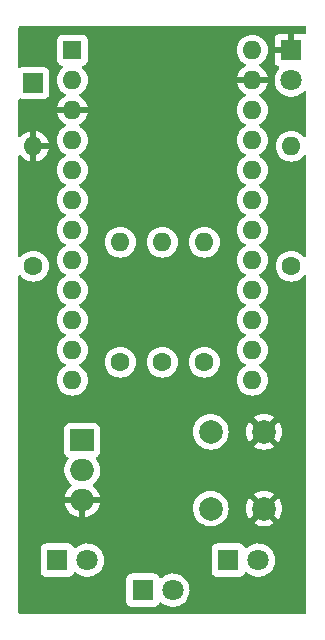
<source format=gbr>
G04 #@! TF.GenerationSoftware,KiCad,Pcbnew,(6.0.2)*
G04 #@! TF.CreationDate,2022-03-19T10:13:49-07:00*
G04 #@! TF.ProjectId,ir-emit-v1,69722d65-6d69-4742-9d76-312e6b696361,rev?*
G04 #@! TF.SameCoordinates,Original*
G04 #@! TF.FileFunction,Copper,L1,Top*
G04 #@! TF.FilePolarity,Positive*
%FSLAX46Y46*%
G04 Gerber Fmt 4.6, Leading zero omitted, Abs format (unit mm)*
G04 Created by KiCad (PCBNEW (6.0.2)) date 2022-03-19 10:13:49*
%MOMM*%
%LPD*%
G01*
G04 APERTURE LIST*
G04 #@! TA.AperFunction,ComponentPad*
%ADD10R,1.700000X1.700000*%
G04 #@! TD*
G04 #@! TA.AperFunction,ComponentPad*
%ADD11O,1.600000X1.600000*%
G04 #@! TD*
G04 #@! TA.AperFunction,ComponentPad*
%ADD12R,1.600000X1.600000*%
G04 #@! TD*
G04 #@! TA.AperFunction,ComponentPad*
%ADD13C,2.000000*%
G04 #@! TD*
G04 #@! TA.AperFunction,ComponentPad*
%ADD14C,1.600000*%
G04 #@! TD*
G04 #@! TA.AperFunction,ComponentPad*
%ADD15R,2.000000X1.905000*%
G04 #@! TD*
G04 #@! TA.AperFunction,ComponentPad*
%ADD16O,2.000000X1.905000*%
G04 #@! TD*
G04 #@! TA.AperFunction,ComponentPad*
%ADD17R,1.800000X1.800000*%
G04 #@! TD*
G04 #@! TA.AperFunction,ComponentPad*
%ADD18C,1.800000*%
G04 #@! TD*
G04 APERTURE END LIST*
D10*
X103378000Y-40894000D03*
D11*
X121920000Y-66040000D03*
X121920000Y-63500000D03*
X121920000Y-60960000D03*
D12*
X106680000Y-38100000D03*
D11*
X121920000Y-58420000D03*
X106680000Y-40640000D03*
X121920000Y-55880000D03*
X106680000Y-43180000D03*
X121920000Y-53340000D03*
X106680000Y-45720000D03*
X121920000Y-50800000D03*
X106680000Y-48260000D03*
X121920000Y-48260000D03*
X106680000Y-50800000D03*
X121920000Y-45720000D03*
X106680000Y-53340000D03*
X121920000Y-43180000D03*
X106680000Y-55880000D03*
X121920000Y-40640000D03*
X106680000Y-58420000D03*
X121920000Y-38100000D03*
X106680000Y-60960000D03*
X106680000Y-63500000D03*
X106680000Y-66040000D03*
D13*
X118400000Y-70410000D03*
X118400000Y-76910000D03*
X122900000Y-70410000D03*
X122900000Y-76910000D03*
D14*
X125222000Y-56388000D03*
D11*
X125222000Y-46228000D03*
X117856000Y-54356000D03*
D14*
X117856000Y-64516000D03*
X114300000Y-64516000D03*
D11*
X114300000Y-54356000D03*
X110744000Y-54356000D03*
D14*
X110744000Y-64516000D03*
X103378000Y-56388000D03*
D11*
X103378000Y-46228000D03*
D15*
X107513000Y-71120000D03*
D16*
X107513000Y-73660000D03*
X107513000Y-76200000D03*
D17*
X125222000Y-38100000D03*
D18*
X125222000Y-40640000D03*
D17*
X119883000Y-81280000D03*
D18*
X122423000Y-81280000D03*
D17*
X112644000Y-83820000D03*
D18*
X115184000Y-83820000D03*
D17*
X105405000Y-81280000D03*
D18*
X107945000Y-81280000D03*
G04 #@! TA.AperFunction,Conductor*
G36*
X126434121Y-36088002D02*
G01*
X126480614Y-36141658D01*
X126492000Y-36194000D01*
X126492000Y-36614342D01*
X126471998Y-36682463D01*
X126418342Y-36728956D01*
X126348068Y-36739060D01*
X126321770Y-36732324D01*
X126239606Y-36701522D01*
X126224351Y-36697895D01*
X126173486Y-36692369D01*
X126166672Y-36692000D01*
X125494115Y-36692000D01*
X125478876Y-36696475D01*
X125477671Y-36697865D01*
X125476000Y-36705548D01*
X125476000Y-38228000D01*
X125455998Y-38296121D01*
X125402342Y-38342614D01*
X125350000Y-38354000D01*
X123832116Y-38354000D01*
X123816877Y-38358475D01*
X123815672Y-38359865D01*
X123814001Y-38367548D01*
X123814001Y-39044669D01*
X123814371Y-39051490D01*
X123819895Y-39102352D01*
X123823521Y-39117604D01*
X123868676Y-39238054D01*
X123877214Y-39253649D01*
X123953715Y-39355724D01*
X123966276Y-39368285D01*
X124068351Y-39444786D01*
X124083946Y-39453324D01*
X124143540Y-39475665D01*
X124200304Y-39518307D01*
X124225004Y-39584868D01*
X124209796Y-39654217D01*
X124190404Y-39680698D01*
X124123639Y-39750564D01*
X124120725Y-39754836D01*
X124120724Y-39754837D01*
X124105152Y-39777665D01*
X123993119Y-39941899D01*
X123895602Y-40151981D01*
X123833707Y-40375169D01*
X123809095Y-40605469D01*
X123809392Y-40610622D01*
X123809392Y-40610625D01*
X123822129Y-40831529D01*
X123822427Y-40836697D01*
X123823564Y-40841743D01*
X123823565Y-40841749D01*
X123839284Y-40911497D01*
X123873346Y-41062642D01*
X123875288Y-41067424D01*
X123875289Y-41067428D01*
X123949207Y-41249466D01*
X123960484Y-41277237D01*
X124081501Y-41474719D01*
X124233147Y-41649784D01*
X124382683Y-41773931D01*
X124404609Y-41792134D01*
X124411349Y-41797730D01*
X124611322Y-41914584D01*
X124827694Y-41997209D01*
X124832760Y-41998240D01*
X124832761Y-41998240D01*
X124885846Y-42009040D01*
X125054656Y-42043385D01*
X125185324Y-42048176D01*
X125280949Y-42051683D01*
X125280953Y-42051683D01*
X125286113Y-42051872D01*
X125291233Y-42051216D01*
X125291235Y-42051216D01*
X125377608Y-42040151D01*
X125515847Y-42022442D01*
X125520795Y-42020957D01*
X125520802Y-42020956D01*
X125732747Y-41957369D01*
X125737690Y-41955886D01*
X125818236Y-41916427D01*
X125941049Y-41856262D01*
X125941052Y-41856260D01*
X125945684Y-41853991D01*
X126134243Y-41719494D01*
X126277060Y-41577174D01*
X126339431Y-41543258D01*
X126410238Y-41548446D01*
X126467000Y-41591092D01*
X126491694Y-41657655D01*
X126492000Y-41666425D01*
X126492000Y-45360827D01*
X126471998Y-45428948D01*
X126418342Y-45475441D01*
X126348068Y-45485545D01*
X126283488Y-45456051D01*
X126262787Y-45433098D01*
X126231357Y-45388211D01*
X126231355Y-45388208D01*
X126228198Y-45383700D01*
X126066300Y-45221802D01*
X126061792Y-45218645D01*
X126061789Y-45218643D01*
X125983611Y-45163902D01*
X125878749Y-45090477D01*
X125873767Y-45088154D01*
X125873762Y-45088151D01*
X125676225Y-44996039D01*
X125676224Y-44996039D01*
X125671243Y-44993716D01*
X125665935Y-44992294D01*
X125665933Y-44992293D01*
X125455402Y-44935881D01*
X125455400Y-44935881D01*
X125450087Y-44934457D01*
X125222000Y-44914502D01*
X124993913Y-44934457D01*
X124988600Y-44935881D01*
X124988598Y-44935881D01*
X124778067Y-44992293D01*
X124778065Y-44992294D01*
X124772757Y-44993716D01*
X124767776Y-44996039D01*
X124767775Y-44996039D01*
X124570238Y-45088151D01*
X124570233Y-45088154D01*
X124565251Y-45090477D01*
X124460389Y-45163902D01*
X124382211Y-45218643D01*
X124382208Y-45218645D01*
X124377700Y-45221802D01*
X124215802Y-45383700D01*
X124212645Y-45388208D01*
X124212643Y-45388211D01*
X124184119Y-45428948D01*
X124084477Y-45571251D01*
X124082154Y-45576233D01*
X124082151Y-45576238D01*
X123990039Y-45773775D01*
X123987716Y-45778757D01*
X123928457Y-45999913D01*
X123908502Y-46228000D01*
X123928457Y-46456087D01*
X123929881Y-46461400D01*
X123929881Y-46461402D01*
X123939031Y-46495548D01*
X123987716Y-46677243D01*
X123990039Y-46682224D01*
X123990039Y-46682225D01*
X124082151Y-46879762D01*
X124082154Y-46879767D01*
X124084477Y-46884749D01*
X124157475Y-46989001D01*
X124206461Y-47058959D01*
X124215802Y-47072300D01*
X124377700Y-47234198D01*
X124382208Y-47237355D01*
X124382211Y-47237357D01*
X124460389Y-47292098D01*
X124565251Y-47365523D01*
X124570233Y-47367846D01*
X124570238Y-47367849D01*
X124766765Y-47459490D01*
X124772757Y-47462284D01*
X124778065Y-47463706D01*
X124778067Y-47463707D01*
X124988598Y-47520119D01*
X124988600Y-47520119D01*
X124993913Y-47521543D01*
X125222000Y-47541498D01*
X125450087Y-47521543D01*
X125455400Y-47520119D01*
X125455402Y-47520119D01*
X125665933Y-47463707D01*
X125665935Y-47463706D01*
X125671243Y-47462284D01*
X125677235Y-47459490D01*
X125873762Y-47367849D01*
X125873767Y-47367846D01*
X125878749Y-47365523D01*
X125983611Y-47292098D01*
X126061789Y-47237357D01*
X126061792Y-47237355D01*
X126066300Y-47234198D01*
X126228198Y-47072300D01*
X126237540Y-47058959D01*
X126262787Y-47022902D01*
X126318244Y-46978574D01*
X126388864Y-46971265D01*
X126452224Y-47003296D01*
X126488209Y-47064497D01*
X126492000Y-47095173D01*
X126492000Y-55520827D01*
X126471998Y-55588948D01*
X126418342Y-55635441D01*
X126348068Y-55645545D01*
X126283488Y-55616051D01*
X126262787Y-55593098D01*
X126231357Y-55548211D01*
X126231355Y-55548208D01*
X126228198Y-55543700D01*
X126066300Y-55381802D01*
X126061792Y-55378645D01*
X126061789Y-55378643D01*
X125983611Y-55323902D01*
X125878749Y-55250477D01*
X125873767Y-55248154D01*
X125873762Y-55248151D01*
X125676225Y-55156039D01*
X125676224Y-55156039D01*
X125671243Y-55153716D01*
X125665935Y-55152294D01*
X125665933Y-55152293D01*
X125455402Y-55095881D01*
X125455400Y-55095881D01*
X125450087Y-55094457D01*
X125222000Y-55074502D01*
X124993913Y-55094457D01*
X124988600Y-55095881D01*
X124988598Y-55095881D01*
X124778067Y-55152293D01*
X124778065Y-55152294D01*
X124772757Y-55153716D01*
X124767776Y-55156039D01*
X124767775Y-55156039D01*
X124570238Y-55248151D01*
X124570233Y-55248154D01*
X124565251Y-55250477D01*
X124460389Y-55323902D01*
X124382211Y-55378643D01*
X124382208Y-55378645D01*
X124377700Y-55381802D01*
X124215802Y-55543700D01*
X124084477Y-55731251D01*
X124082154Y-55736233D01*
X124082151Y-55736238D01*
X123990039Y-55933775D01*
X123987716Y-55938757D01*
X123928457Y-56159913D01*
X123908502Y-56388000D01*
X123928457Y-56616087D01*
X123987716Y-56837243D01*
X123990039Y-56842224D01*
X123990039Y-56842225D01*
X124082151Y-57039762D01*
X124082154Y-57039767D01*
X124084477Y-57044749D01*
X124087634Y-57049257D01*
X124206461Y-57218959D01*
X124215802Y-57232300D01*
X124377700Y-57394198D01*
X124382208Y-57397355D01*
X124382211Y-57397357D01*
X124460389Y-57452098D01*
X124565251Y-57525523D01*
X124570233Y-57527846D01*
X124570238Y-57527849D01*
X124767775Y-57619961D01*
X124772757Y-57622284D01*
X124778065Y-57623706D01*
X124778067Y-57623707D01*
X124988598Y-57680119D01*
X124988600Y-57680119D01*
X124993913Y-57681543D01*
X125222000Y-57701498D01*
X125450087Y-57681543D01*
X125455400Y-57680119D01*
X125455402Y-57680119D01*
X125665933Y-57623707D01*
X125665935Y-57623706D01*
X125671243Y-57622284D01*
X125676225Y-57619961D01*
X125873762Y-57527849D01*
X125873767Y-57527846D01*
X125878749Y-57525523D01*
X125983611Y-57452098D01*
X126061789Y-57397357D01*
X126061792Y-57397355D01*
X126066300Y-57394198D01*
X126228198Y-57232300D01*
X126237540Y-57218959D01*
X126262787Y-57182902D01*
X126318244Y-57138574D01*
X126388864Y-57131265D01*
X126452224Y-57163296D01*
X126488209Y-57224497D01*
X126492000Y-57255173D01*
X126492000Y-85726000D01*
X126471998Y-85794121D01*
X126418342Y-85840614D01*
X126366000Y-85852000D01*
X102234000Y-85852000D01*
X102165879Y-85831998D01*
X102119386Y-85778342D01*
X102108000Y-85726000D01*
X102108000Y-84768134D01*
X111235500Y-84768134D01*
X111242255Y-84830316D01*
X111293385Y-84966705D01*
X111380739Y-85083261D01*
X111497295Y-85170615D01*
X111633684Y-85221745D01*
X111695866Y-85228500D01*
X113592134Y-85228500D01*
X113654316Y-85221745D01*
X113790705Y-85170615D01*
X113907261Y-85083261D01*
X113994615Y-84966705D01*
X114019180Y-84901178D01*
X114061822Y-84844414D01*
X114128383Y-84819714D01*
X114197732Y-84834921D01*
X114217647Y-84848464D01*
X114282724Y-84902492D01*
X114373349Y-84977730D01*
X114573322Y-85094584D01*
X114789694Y-85177209D01*
X114794760Y-85178240D01*
X114794761Y-85178240D01*
X114847846Y-85189040D01*
X115016656Y-85223385D01*
X115146089Y-85228131D01*
X115242949Y-85231683D01*
X115242953Y-85231683D01*
X115248113Y-85231872D01*
X115253233Y-85231216D01*
X115253235Y-85231216D01*
X115327166Y-85221745D01*
X115477847Y-85202442D01*
X115482795Y-85200957D01*
X115482802Y-85200956D01*
X115694747Y-85137369D01*
X115699690Y-85135886D01*
X115780236Y-85096427D01*
X115903049Y-85036262D01*
X115903052Y-85036260D01*
X115907684Y-85033991D01*
X116096243Y-84899494D01*
X116260303Y-84736005D01*
X116395458Y-84547917D01*
X116498078Y-84340280D01*
X116565408Y-84118671D01*
X116595640Y-83889041D01*
X116597327Y-83820000D01*
X116591032Y-83743434D01*
X116578773Y-83594318D01*
X116578772Y-83594312D01*
X116578349Y-83589167D01*
X116521925Y-83364533D01*
X116429570Y-83152131D01*
X116303764Y-82957665D01*
X116147887Y-82786358D01*
X116143836Y-82783159D01*
X116143832Y-82783155D01*
X115970177Y-82646011D01*
X115970172Y-82646008D01*
X115966123Y-82642810D01*
X115961607Y-82640317D01*
X115961604Y-82640315D01*
X115767879Y-82533373D01*
X115767875Y-82533371D01*
X115763355Y-82530876D01*
X115758486Y-82529152D01*
X115758482Y-82529150D01*
X115549903Y-82455288D01*
X115549899Y-82455287D01*
X115545028Y-82453562D01*
X115539935Y-82452655D01*
X115539932Y-82452654D01*
X115322095Y-82413851D01*
X115322089Y-82413850D01*
X115317006Y-82412945D01*
X115244096Y-82412054D01*
X115090581Y-82410179D01*
X115090579Y-82410179D01*
X115085411Y-82410116D01*
X114856464Y-82445150D01*
X114636314Y-82517106D01*
X114631726Y-82519494D01*
X114631722Y-82519496D01*
X114435461Y-82621663D01*
X114430872Y-82624052D01*
X114426739Y-82627155D01*
X114426736Y-82627157D01*
X114345035Y-82688500D01*
X114245655Y-82763117D01*
X114228170Y-82781414D01*
X114166646Y-82816844D01*
X114095733Y-82813387D01*
X114037947Y-82772141D01*
X114019094Y-82738592D01*
X113997768Y-82681705D01*
X113997767Y-82681703D01*
X113994615Y-82673295D01*
X113907261Y-82556739D01*
X113790705Y-82469385D01*
X113654316Y-82418255D01*
X113592134Y-82411500D01*
X111695866Y-82411500D01*
X111633684Y-82418255D01*
X111497295Y-82469385D01*
X111380739Y-82556739D01*
X111293385Y-82673295D01*
X111242255Y-82809684D01*
X111235500Y-82871866D01*
X111235500Y-84768134D01*
X102108000Y-84768134D01*
X102108000Y-82228134D01*
X103996500Y-82228134D01*
X104003255Y-82290316D01*
X104054385Y-82426705D01*
X104141739Y-82543261D01*
X104258295Y-82630615D01*
X104394684Y-82681745D01*
X104456866Y-82688500D01*
X106353134Y-82688500D01*
X106415316Y-82681745D01*
X106551705Y-82630615D01*
X106668261Y-82543261D01*
X106755615Y-82426705D01*
X106780180Y-82361178D01*
X106822822Y-82304414D01*
X106889383Y-82279714D01*
X106958732Y-82294921D01*
X106978647Y-82308464D01*
X107121069Y-82426705D01*
X107134349Y-82437730D01*
X107334322Y-82554584D01*
X107550694Y-82637209D01*
X107555760Y-82638240D01*
X107555761Y-82638240D01*
X107593957Y-82646011D01*
X107777656Y-82683385D01*
X107907089Y-82688131D01*
X108003949Y-82691683D01*
X108003953Y-82691683D01*
X108009113Y-82691872D01*
X108014233Y-82691216D01*
X108014235Y-82691216D01*
X108088493Y-82681703D01*
X108238847Y-82662442D01*
X108243795Y-82660957D01*
X108243802Y-82660956D01*
X108455747Y-82597369D01*
X108460690Y-82595886D01*
X108525943Y-82563919D01*
X108664049Y-82496262D01*
X108664052Y-82496260D01*
X108668684Y-82493991D01*
X108857243Y-82359494D01*
X108989062Y-82228134D01*
X118474500Y-82228134D01*
X118481255Y-82290316D01*
X118532385Y-82426705D01*
X118619739Y-82543261D01*
X118736295Y-82630615D01*
X118872684Y-82681745D01*
X118934866Y-82688500D01*
X120831134Y-82688500D01*
X120893316Y-82681745D01*
X121029705Y-82630615D01*
X121146261Y-82543261D01*
X121233615Y-82426705D01*
X121258180Y-82361178D01*
X121300822Y-82304414D01*
X121367383Y-82279714D01*
X121436732Y-82294921D01*
X121456647Y-82308464D01*
X121599069Y-82426705D01*
X121612349Y-82437730D01*
X121812322Y-82554584D01*
X122028694Y-82637209D01*
X122033760Y-82638240D01*
X122033761Y-82638240D01*
X122071957Y-82646011D01*
X122255656Y-82683385D01*
X122385089Y-82688131D01*
X122481949Y-82691683D01*
X122481953Y-82691683D01*
X122487113Y-82691872D01*
X122492233Y-82691216D01*
X122492235Y-82691216D01*
X122566493Y-82681703D01*
X122716847Y-82662442D01*
X122721795Y-82660957D01*
X122721802Y-82660956D01*
X122933747Y-82597369D01*
X122938690Y-82595886D01*
X123003943Y-82563919D01*
X123142049Y-82496262D01*
X123142052Y-82496260D01*
X123146684Y-82493991D01*
X123335243Y-82359494D01*
X123499303Y-82196005D01*
X123634458Y-82007917D01*
X123737078Y-81800280D01*
X123804408Y-81578671D01*
X123834640Y-81349041D01*
X123836327Y-81280000D01*
X123830032Y-81203434D01*
X123817773Y-81054318D01*
X123817772Y-81054312D01*
X123817349Y-81049167D01*
X123760925Y-80824533D01*
X123668570Y-80612131D01*
X123542764Y-80417665D01*
X123386887Y-80246358D01*
X123382836Y-80243159D01*
X123382832Y-80243155D01*
X123209177Y-80106011D01*
X123209172Y-80106008D01*
X123205123Y-80102810D01*
X123200607Y-80100317D01*
X123200604Y-80100315D01*
X123006879Y-79993373D01*
X123006875Y-79993371D01*
X123002355Y-79990876D01*
X122997486Y-79989152D01*
X122997482Y-79989150D01*
X122788903Y-79915288D01*
X122788899Y-79915287D01*
X122784028Y-79913562D01*
X122778935Y-79912655D01*
X122778932Y-79912654D01*
X122561095Y-79873851D01*
X122561089Y-79873850D01*
X122556006Y-79872945D01*
X122483096Y-79872054D01*
X122329581Y-79870179D01*
X122329579Y-79870179D01*
X122324411Y-79870116D01*
X122095464Y-79905150D01*
X121875314Y-79977106D01*
X121870726Y-79979494D01*
X121870722Y-79979496D01*
X121674461Y-80081663D01*
X121669872Y-80084052D01*
X121665739Y-80087155D01*
X121665736Y-80087157D01*
X121593088Y-80141703D01*
X121484655Y-80223117D01*
X121467170Y-80241414D01*
X121405646Y-80276844D01*
X121334733Y-80273387D01*
X121276947Y-80232141D01*
X121258094Y-80198592D01*
X121236768Y-80141705D01*
X121236767Y-80141703D01*
X121233615Y-80133295D01*
X121146261Y-80016739D01*
X121029705Y-79929385D01*
X120893316Y-79878255D01*
X120831134Y-79871500D01*
X118934866Y-79871500D01*
X118872684Y-79878255D01*
X118736295Y-79929385D01*
X118619739Y-80016739D01*
X118532385Y-80133295D01*
X118481255Y-80269684D01*
X118474500Y-80331866D01*
X118474500Y-82228134D01*
X108989062Y-82228134D01*
X109021303Y-82196005D01*
X109156458Y-82007917D01*
X109259078Y-81800280D01*
X109326408Y-81578671D01*
X109356640Y-81349041D01*
X109358327Y-81280000D01*
X109352032Y-81203434D01*
X109339773Y-81054318D01*
X109339772Y-81054312D01*
X109339349Y-81049167D01*
X109282925Y-80824533D01*
X109190570Y-80612131D01*
X109064764Y-80417665D01*
X108908887Y-80246358D01*
X108904836Y-80243159D01*
X108904832Y-80243155D01*
X108731177Y-80106011D01*
X108731172Y-80106008D01*
X108727123Y-80102810D01*
X108722607Y-80100317D01*
X108722604Y-80100315D01*
X108528879Y-79993373D01*
X108528875Y-79993371D01*
X108524355Y-79990876D01*
X108519486Y-79989152D01*
X108519482Y-79989150D01*
X108310903Y-79915288D01*
X108310899Y-79915287D01*
X108306028Y-79913562D01*
X108300935Y-79912655D01*
X108300932Y-79912654D01*
X108083095Y-79873851D01*
X108083089Y-79873850D01*
X108078006Y-79872945D01*
X108005096Y-79872054D01*
X107851581Y-79870179D01*
X107851579Y-79870179D01*
X107846411Y-79870116D01*
X107617464Y-79905150D01*
X107397314Y-79977106D01*
X107392726Y-79979494D01*
X107392722Y-79979496D01*
X107196461Y-80081663D01*
X107191872Y-80084052D01*
X107187739Y-80087155D01*
X107187736Y-80087157D01*
X107115088Y-80141703D01*
X107006655Y-80223117D01*
X106989170Y-80241414D01*
X106927646Y-80276844D01*
X106856733Y-80273387D01*
X106798947Y-80232141D01*
X106780094Y-80198592D01*
X106758768Y-80141705D01*
X106758767Y-80141703D01*
X106755615Y-80133295D01*
X106668261Y-80016739D01*
X106551705Y-79929385D01*
X106415316Y-79878255D01*
X106353134Y-79871500D01*
X104456866Y-79871500D01*
X104394684Y-79878255D01*
X104258295Y-79929385D01*
X104141739Y-80016739D01*
X104054385Y-80133295D01*
X104003255Y-80269684D01*
X103996500Y-80331866D01*
X103996500Y-82228134D01*
X102108000Y-82228134D01*
X102108000Y-76472194D01*
X106029573Y-76472194D01*
X106039110Y-76534515D01*
X106041499Y-76544543D01*
X106112898Y-76762988D01*
X106116895Y-76772497D01*
X106223011Y-76976344D01*
X106228505Y-76985069D01*
X106366493Y-77168852D01*
X106373336Y-77176559D01*
X106539491Y-77335339D01*
X106547501Y-77341826D01*
X106737347Y-77471330D01*
X106746321Y-77476429D01*
X106954769Y-77573187D01*
X106964456Y-77576750D01*
X107185908Y-77638165D01*
X107196030Y-77640096D01*
X107240987Y-77644901D01*
X107255608Y-77642253D01*
X107258853Y-77630412D01*
X107767000Y-77630412D01*
X107771325Y-77645141D01*
X107783111Y-77647202D01*
X107794704Y-77646249D01*
X107804866Y-77644567D01*
X108027771Y-77588578D01*
X108037519Y-77585259D01*
X108248289Y-77493615D01*
X108257364Y-77488749D01*
X108450327Y-77363915D01*
X108458498Y-77357622D01*
X108628480Y-77202950D01*
X108635506Y-77195417D01*
X108777945Y-77015056D01*
X108783650Y-77006469D01*
X108836904Y-76910000D01*
X116886835Y-76910000D01*
X116905465Y-77146711D01*
X116906619Y-77151518D01*
X116906620Y-77151524D01*
X116936122Y-77274408D01*
X116960895Y-77377594D01*
X116962788Y-77382165D01*
X116962789Y-77382167D01*
X117049772Y-77592163D01*
X117051760Y-77596963D01*
X117054346Y-77601183D01*
X117173241Y-77795202D01*
X117173245Y-77795208D01*
X117175824Y-77799416D01*
X117330031Y-77979969D01*
X117510584Y-78134176D01*
X117514792Y-78136755D01*
X117514798Y-78136759D01*
X117708084Y-78255205D01*
X117713037Y-78258240D01*
X117717607Y-78260133D01*
X117717611Y-78260135D01*
X117927833Y-78347211D01*
X117932406Y-78349105D01*
X118012609Y-78368360D01*
X118158476Y-78403380D01*
X118158482Y-78403381D01*
X118163289Y-78404535D01*
X118400000Y-78423165D01*
X118636711Y-78404535D01*
X118641518Y-78403381D01*
X118641524Y-78403380D01*
X118787391Y-78368360D01*
X118867594Y-78349105D01*
X118872167Y-78347211D01*
X119082389Y-78260135D01*
X119082393Y-78260133D01*
X119086963Y-78258240D01*
X119091916Y-78255205D01*
X119275556Y-78142670D01*
X122032160Y-78142670D01*
X122037887Y-78150320D01*
X122209042Y-78255205D01*
X122217837Y-78259687D01*
X122427988Y-78346734D01*
X122437373Y-78349783D01*
X122658554Y-78402885D01*
X122668301Y-78404428D01*
X122895070Y-78422275D01*
X122904930Y-78422275D01*
X123131699Y-78404428D01*
X123141446Y-78402885D01*
X123362627Y-78349783D01*
X123372012Y-78346734D01*
X123582163Y-78259687D01*
X123590958Y-78255205D01*
X123758445Y-78152568D01*
X123767907Y-78142110D01*
X123764124Y-78133334D01*
X122912812Y-77282022D01*
X122898868Y-77274408D01*
X122897035Y-77274539D01*
X122890420Y-77278790D01*
X122038920Y-78130290D01*
X122032160Y-78142670D01*
X119275556Y-78142670D01*
X119285202Y-78136759D01*
X119285208Y-78136755D01*
X119289416Y-78134176D01*
X119469969Y-77979969D01*
X119624176Y-77799416D01*
X119626755Y-77795208D01*
X119626759Y-77795202D01*
X119745654Y-77601183D01*
X119748240Y-77596963D01*
X119750229Y-77592163D01*
X119837211Y-77382167D01*
X119837212Y-77382165D01*
X119839105Y-77377594D01*
X119863878Y-77274408D01*
X119893380Y-77151524D01*
X119893381Y-77151518D01*
X119894535Y-77146711D01*
X119912777Y-76914930D01*
X121387725Y-76914930D01*
X121405572Y-77141699D01*
X121407115Y-77151446D01*
X121460217Y-77372627D01*
X121463266Y-77382012D01*
X121550313Y-77592163D01*
X121554795Y-77600958D01*
X121657432Y-77768445D01*
X121667890Y-77777907D01*
X121676666Y-77774124D01*
X122527978Y-76922812D01*
X122534356Y-76911132D01*
X123264408Y-76911132D01*
X123264539Y-76912965D01*
X123268790Y-76919580D01*
X124120290Y-77771080D01*
X124132670Y-77777840D01*
X124140320Y-77772113D01*
X124245205Y-77600958D01*
X124249687Y-77592163D01*
X124336734Y-77382012D01*
X124339783Y-77372627D01*
X124392885Y-77151446D01*
X124394428Y-77141699D01*
X124412275Y-76914930D01*
X124412275Y-76905070D01*
X124394428Y-76678301D01*
X124392885Y-76668554D01*
X124339783Y-76447373D01*
X124336734Y-76437988D01*
X124249687Y-76227837D01*
X124245205Y-76219042D01*
X124142568Y-76051555D01*
X124132110Y-76042093D01*
X124123334Y-76045876D01*
X123272022Y-76897188D01*
X123264408Y-76911132D01*
X122534356Y-76911132D01*
X122535592Y-76908868D01*
X122535461Y-76907035D01*
X122531210Y-76900420D01*
X121679710Y-76048920D01*
X121667330Y-76042160D01*
X121659680Y-76047887D01*
X121554795Y-76219042D01*
X121550313Y-76227837D01*
X121463266Y-76437988D01*
X121460217Y-76447373D01*
X121407115Y-76668554D01*
X121405572Y-76678301D01*
X121387725Y-76905070D01*
X121387725Y-76914930D01*
X119912777Y-76914930D01*
X119913165Y-76910000D01*
X119894535Y-76673289D01*
X119839105Y-76442406D01*
X119837211Y-76437833D01*
X119750135Y-76227611D01*
X119750133Y-76227607D01*
X119748240Y-76223037D01*
X119745654Y-76218817D01*
X119626759Y-76024798D01*
X119626755Y-76024792D01*
X119624176Y-76020584D01*
X119469969Y-75840031D01*
X119459090Y-75830739D01*
X119445382Y-75819032D01*
X119289416Y-75685824D01*
X119285208Y-75683245D01*
X119285202Y-75683241D01*
X119276470Y-75677890D01*
X122032093Y-75677890D01*
X122035876Y-75686666D01*
X122887188Y-76537978D01*
X122901132Y-76545592D01*
X122902965Y-76545461D01*
X122909580Y-76541210D01*
X123761080Y-75689710D01*
X123767840Y-75677330D01*
X123762113Y-75669680D01*
X123590958Y-75564795D01*
X123582163Y-75560313D01*
X123372012Y-75473266D01*
X123362627Y-75470217D01*
X123141446Y-75417115D01*
X123131699Y-75415572D01*
X122904930Y-75397725D01*
X122895070Y-75397725D01*
X122668301Y-75415572D01*
X122658554Y-75417115D01*
X122437373Y-75470217D01*
X122427988Y-75473266D01*
X122217837Y-75560313D01*
X122209042Y-75564795D01*
X122041555Y-75667432D01*
X122032093Y-75677890D01*
X119276470Y-75677890D01*
X119091183Y-75564346D01*
X119086963Y-75561760D01*
X119082393Y-75559867D01*
X119082389Y-75559865D01*
X118872167Y-75472789D01*
X118872165Y-75472788D01*
X118867594Y-75470895D01*
X118787391Y-75451640D01*
X118641524Y-75416620D01*
X118641518Y-75416619D01*
X118636711Y-75415465D01*
X118400000Y-75396835D01*
X118163289Y-75415465D01*
X118158482Y-75416619D01*
X118158476Y-75416620D01*
X118012609Y-75451640D01*
X117932406Y-75470895D01*
X117927835Y-75472788D01*
X117927833Y-75472789D01*
X117717611Y-75559865D01*
X117717607Y-75559867D01*
X117713037Y-75561760D01*
X117708817Y-75564346D01*
X117514798Y-75683241D01*
X117514792Y-75683245D01*
X117510584Y-75685824D01*
X117354618Y-75819032D01*
X117340911Y-75830739D01*
X117330031Y-75840031D01*
X117175824Y-76020584D01*
X117173245Y-76024792D01*
X117173241Y-76024798D01*
X117054346Y-76218817D01*
X117051760Y-76223037D01*
X117049867Y-76227607D01*
X117049865Y-76227611D01*
X116962789Y-76437833D01*
X116960895Y-76442406D01*
X116905465Y-76673289D01*
X116886835Y-76910000D01*
X108836904Y-76910000D01*
X108894714Y-76805278D01*
X108898944Y-76795866D01*
X108975659Y-76579232D01*
X108978293Y-76569261D01*
X108995647Y-76471837D01*
X108994187Y-76458540D01*
X108979630Y-76454000D01*
X107785115Y-76454000D01*
X107769876Y-76458475D01*
X107768671Y-76459865D01*
X107767000Y-76467548D01*
X107767000Y-77630412D01*
X107258853Y-77630412D01*
X107259000Y-77629876D01*
X107259000Y-76472115D01*
X107254525Y-76456876D01*
X107253135Y-76455671D01*
X107245452Y-76454000D01*
X106044904Y-76454000D01*
X106031560Y-76457918D01*
X106029573Y-76472194D01*
X102108000Y-76472194D01*
X102108000Y-73762263D01*
X106003064Y-73762263D01*
X106039404Y-73999744D01*
X106076094Y-74111997D01*
X106112434Y-74223183D01*
X106112437Y-74223189D01*
X106114042Y-74228101D01*
X106224975Y-74441200D01*
X106369223Y-74633320D01*
X106542912Y-74799301D01*
X106580351Y-74824840D01*
X106625352Y-74879751D01*
X106633523Y-74950275D01*
X106602269Y-75014022D01*
X106577790Y-75034716D01*
X106575674Y-75036085D01*
X106567502Y-75042378D01*
X106397520Y-75197050D01*
X106390494Y-75204583D01*
X106248055Y-75384944D01*
X106242350Y-75393531D01*
X106131286Y-75594722D01*
X106127056Y-75604134D01*
X106050341Y-75820768D01*
X106047707Y-75830739D01*
X106030353Y-75928163D01*
X106031813Y-75941460D01*
X106046370Y-75946000D01*
X108981096Y-75946000D01*
X108994440Y-75942082D01*
X108996427Y-75927806D01*
X108986890Y-75865485D01*
X108984501Y-75855457D01*
X108913102Y-75637012D01*
X108909105Y-75627503D01*
X108802989Y-75423656D01*
X108797495Y-75414931D01*
X108659507Y-75231148D01*
X108652664Y-75223441D01*
X108486509Y-75064661D01*
X108478502Y-75058177D01*
X108445644Y-75035763D01*
X108400641Y-74980852D01*
X108392468Y-74910328D01*
X108423722Y-74846580D01*
X108448204Y-74825884D01*
X108450635Y-74824311D01*
X108454977Y-74821502D01*
X108632670Y-74659814D01*
X108693347Y-74582983D01*
X108778367Y-74475330D01*
X108778370Y-74475325D01*
X108781568Y-74471276D01*
X108795885Y-74445342D01*
X108895177Y-74265474D01*
X108895179Y-74265470D01*
X108897674Y-74260950D01*
X108977870Y-74034485D01*
X108983183Y-74004659D01*
X109019095Y-73803052D01*
X109019096Y-73803046D01*
X109020001Y-73797963D01*
X109022936Y-73557737D01*
X108986596Y-73320256D01*
X108949906Y-73208003D01*
X108913566Y-73096817D01*
X108913563Y-73096811D01*
X108911958Y-73091899D01*
X108801025Y-72878800D01*
X108684585Y-72723717D01*
X108659680Y-72657235D01*
X108674672Y-72587839D01*
X108724802Y-72537565D01*
X108741115Y-72530085D01*
X108751293Y-72526269D01*
X108751296Y-72526267D01*
X108759705Y-72523115D01*
X108876261Y-72435761D01*
X108963615Y-72319205D01*
X109014745Y-72182816D01*
X109021500Y-72120634D01*
X109021500Y-70410000D01*
X116886835Y-70410000D01*
X116905465Y-70646711D01*
X116960895Y-70877594D01*
X116962788Y-70882165D01*
X116962789Y-70882167D01*
X117049772Y-71092163D01*
X117051760Y-71096963D01*
X117054346Y-71101183D01*
X117173241Y-71295202D01*
X117173245Y-71295208D01*
X117175824Y-71299416D01*
X117330031Y-71479969D01*
X117510584Y-71634176D01*
X117514792Y-71636755D01*
X117514798Y-71636759D01*
X117708084Y-71755205D01*
X117713037Y-71758240D01*
X117717607Y-71760133D01*
X117717611Y-71760135D01*
X117927833Y-71847211D01*
X117932406Y-71849105D01*
X118012609Y-71868360D01*
X118158476Y-71903380D01*
X118158482Y-71903381D01*
X118163289Y-71904535D01*
X118400000Y-71923165D01*
X118636711Y-71904535D01*
X118641518Y-71903381D01*
X118641524Y-71903380D01*
X118787391Y-71868360D01*
X118867594Y-71849105D01*
X118872167Y-71847211D01*
X119082389Y-71760135D01*
X119082393Y-71760133D01*
X119086963Y-71758240D01*
X119091916Y-71755205D01*
X119275556Y-71642670D01*
X122032160Y-71642670D01*
X122037887Y-71650320D01*
X122209042Y-71755205D01*
X122217837Y-71759687D01*
X122427988Y-71846734D01*
X122437373Y-71849783D01*
X122658554Y-71902885D01*
X122668301Y-71904428D01*
X122895070Y-71922275D01*
X122904930Y-71922275D01*
X123131699Y-71904428D01*
X123141446Y-71902885D01*
X123362627Y-71849783D01*
X123372012Y-71846734D01*
X123582163Y-71759687D01*
X123590958Y-71755205D01*
X123758445Y-71652568D01*
X123767907Y-71642110D01*
X123764124Y-71633334D01*
X122912812Y-70782022D01*
X122898868Y-70774408D01*
X122897035Y-70774539D01*
X122890420Y-70778790D01*
X122038920Y-71630290D01*
X122032160Y-71642670D01*
X119275556Y-71642670D01*
X119285202Y-71636759D01*
X119285208Y-71636755D01*
X119289416Y-71634176D01*
X119469969Y-71479969D01*
X119624176Y-71299416D01*
X119626755Y-71295208D01*
X119626759Y-71295202D01*
X119745654Y-71101183D01*
X119748240Y-71096963D01*
X119750229Y-71092163D01*
X119837211Y-70882167D01*
X119837212Y-70882165D01*
X119839105Y-70877594D01*
X119894535Y-70646711D01*
X119912777Y-70414930D01*
X121387725Y-70414930D01*
X121405572Y-70641699D01*
X121407115Y-70651446D01*
X121460217Y-70872627D01*
X121463266Y-70882012D01*
X121550313Y-71092163D01*
X121554795Y-71100958D01*
X121657432Y-71268445D01*
X121667890Y-71277907D01*
X121676666Y-71274124D01*
X122527978Y-70422812D01*
X122534356Y-70411132D01*
X123264408Y-70411132D01*
X123264539Y-70412965D01*
X123268790Y-70419580D01*
X124120290Y-71271080D01*
X124132670Y-71277840D01*
X124140320Y-71272113D01*
X124245205Y-71100958D01*
X124249687Y-71092163D01*
X124336734Y-70882012D01*
X124339783Y-70872627D01*
X124392885Y-70651446D01*
X124394428Y-70641699D01*
X124412275Y-70414930D01*
X124412275Y-70405070D01*
X124394428Y-70178301D01*
X124392885Y-70168554D01*
X124339783Y-69947373D01*
X124336734Y-69937988D01*
X124249687Y-69727837D01*
X124245205Y-69719042D01*
X124142568Y-69551555D01*
X124132110Y-69542093D01*
X124123334Y-69545876D01*
X123272022Y-70397188D01*
X123264408Y-70411132D01*
X122534356Y-70411132D01*
X122535592Y-70408868D01*
X122535461Y-70407035D01*
X122531210Y-70400420D01*
X121679710Y-69548920D01*
X121667330Y-69542160D01*
X121659680Y-69547887D01*
X121554795Y-69719042D01*
X121550313Y-69727837D01*
X121463266Y-69937988D01*
X121460217Y-69947373D01*
X121407115Y-70168554D01*
X121405572Y-70178301D01*
X121387725Y-70405070D01*
X121387725Y-70414930D01*
X119912777Y-70414930D01*
X119913165Y-70410000D01*
X119894535Y-70173289D01*
X119881590Y-70119366D01*
X119840260Y-69947218D01*
X119839105Y-69942406D01*
X119833636Y-69929203D01*
X119750135Y-69727611D01*
X119750133Y-69727607D01*
X119748240Y-69723037D01*
X119744470Y-69716885D01*
X119626759Y-69524798D01*
X119626755Y-69524792D01*
X119624176Y-69520584D01*
X119469969Y-69340031D01*
X119289416Y-69185824D01*
X119285208Y-69183245D01*
X119285202Y-69183241D01*
X119276470Y-69177890D01*
X122032093Y-69177890D01*
X122035876Y-69186666D01*
X122887188Y-70037978D01*
X122901132Y-70045592D01*
X122902965Y-70045461D01*
X122909580Y-70041210D01*
X123761080Y-69189710D01*
X123767840Y-69177330D01*
X123762113Y-69169680D01*
X123590958Y-69064795D01*
X123582163Y-69060313D01*
X123372012Y-68973266D01*
X123362627Y-68970217D01*
X123141446Y-68917115D01*
X123131699Y-68915572D01*
X122904930Y-68897725D01*
X122895070Y-68897725D01*
X122668301Y-68915572D01*
X122658554Y-68917115D01*
X122437373Y-68970217D01*
X122427988Y-68973266D01*
X122217837Y-69060313D01*
X122209042Y-69064795D01*
X122041555Y-69167432D01*
X122032093Y-69177890D01*
X119276470Y-69177890D01*
X119091183Y-69064346D01*
X119086963Y-69061760D01*
X119082393Y-69059867D01*
X119082389Y-69059865D01*
X118872167Y-68972789D01*
X118872165Y-68972788D01*
X118867594Y-68970895D01*
X118787391Y-68951640D01*
X118641524Y-68916620D01*
X118641518Y-68916619D01*
X118636711Y-68915465D01*
X118400000Y-68896835D01*
X118163289Y-68915465D01*
X118158482Y-68916619D01*
X118158476Y-68916620D01*
X118012609Y-68951640D01*
X117932406Y-68970895D01*
X117927835Y-68972788D01*
X117927833Y-68972789D01*
X117717611Y-69059865D01*
X117717607Y-69059867D01*
X117713037Y-69061760D01*
X117708817Y-69064346D01*
X117514798Y-69183241D01*
X117514792Y-69183245D01*
X117510584Y-69185824D01*
X117330031Y-69340031D01*
X117175824Y-69520584D01*
X117173245Y-69524792D01*
X117173241Y-69524798D01*
X117055530Y-69716885D01*
X117051760Y-69723037D01*
X117049867Y-69727607D01*
X117049865Y-69727611D01*
X116966364Y-69929203D01*
X116960895Y-69942406D01*
X116959740Y-69947218D01*
X116918411Y-70119366D01*
X116905465Y-70173289D01*
X116886835Y-70410000D01*
X109021500Y-70410000D01*
X109021500Y-70119366D01*
X109014745Y-70057184D01*
X108963615Y-69920795D01*
X108876261Y-69804239D01*
X108759705Y-69716885D01*
X108623316Y-69665755D01*
X108561134Y-69659000D01*
X106464866Y-69659000D01*
X106402684Y-69665755D01*
X106266295Y-69716885D01*
X106149739Y-69804239D01*
X106062385Y-69920795D01*
X106011255Y-70057184D01*
X106004500Y-70119366D01*
X106004500Y-72120634D01*
X106011255Y-72182816D01*
X106062385Y-72319205D01*
X106149739Y-72435761D01*
X106266295Y-72523115D01*
X106286189Y-72530573D01*
X106342953Y-72573213D01*
X106367654Y-72639774D01*
X106352447Y-72709123D01*
X106340842Y-72726647D01*
X106247633Y-72844670D01*
X106247630Y-72844675D01*
X106244432Y-72848724D01*
X106241939Y-72853240D01*
X106241937Y-72853243D01*
X106130823Y-73054526D01*
X106128326Y-73059050D01*
X106048130Y-73285515D01*
X106047223Y-73290608D01*
X106047222Y-73290611D01*
X106041942Y-73320256D01*
X106005999Y-73522037D01*
X106003064Y-73762263D01*
X102108000Y-73762263D01*
X102108000Y-66040000D01*
X105366502Y-66040000D01*
X105386457Y-66268087D01*
X105445716Y-66489243D01*
X105448039Y-66494224D01*
X105448039Y-66494225D01*
X105540151Y-66691762D01*
X105540154Y-66691767D01*
X105542477Y-66696749D01*
X105673802Y-66884300D01*
X105835700Y-67046198D01*
X105840208Y-67049355D01*
X105840211Y-67049357D01*
X105918389Y-67104098D01*
X106023251Y-67177523D01*
X106028233Y-67179846D01*
X106028238Y-67179849D01*
X106225775Y-67271961D01*
X106230757Y-67274284D01*
X106236065Y-67275706D01*
X106236067Y-67275707D01*
X106446598Y-67332119D01*
X106446600Y-67332119D01*
X106451913Y-67333543D01*
X106680000Y-67353498D01*
X106908087Y-67333543D01*
X106913400Y-67332119D01*
X106913402Y-67332119D01*
X107123933Y-67275707D01*
X107123935Y-67275706D01*
X107129243Y-67274284D01*
X107134225Y-67271961D01*
X107331762Y-67179849D01*
X107331767Y-67179846D01*
X107336749Y-67177523D01*
X107441611Y-67104098D01*
X107519789Y-67049357D01*
X107519792Y-67049355D01*
X107524300Y-67046198D01*
X107686198Y-66884300D01*
X107817523Y-66696749D01*
X107819846Y-66691767D01*
X107819849Y-66691762D01*
X107911961Y-66494225D01*
X107911961Y-66494224D01*
X107914284Y-66489243D01*
X107973543Y-66268087D01*
X107993498Y-66040000D01*
X120606502Y-66040000D01*
X120626457Y-66268087D01*
X120685716Y-66489243D01*
X120688039Y-66494224D01*
X120688039Y-66494225D01*
X120780151Y-66691762D01*
X120780154Y-66691767D01*
X120782477Y-66696749D01*
X120913802Y-66884300D01*
X121075700Y-67046198D01*
X121080208Y-67049355D01*
X121080211Y-67049357D01*
X121158389Y-67104098D01*
X121263251Y-67177523D01*
X121268233Y-67179846D01*
X121268238Y-67179849D01*
X121465775Y-67271961D01*
X121470757Y-67274284D01*
X121476065Y-67275706D01*
X121476067Y-67275707D01*
X121686598Y-67332119D01*
X121686600Y-67332119D01*
X121691913Y-67333543D01*
X121920000Y-67353498D01*
X122148087Y-67333543D01*
X122153400Y-67332119D01*
X122153402Y-67332119D01*
X122363933Y-67275707D01*
X122363935Y-67275706D01*
X122369243Y-67274284D01*
X122374225Y-67271961D01*
X122571762Y-67179849D01*
X122571767Y-67179846D01*
X122576749Y-67177523D01*
X122681611Y-67104098D01*
X122759789Y-67049357D01*
X122759792Y-67049355D01*
X122764300Y-67046198D01*
X122926198Y-66884300D01*
X123057523Y-66696749D01*
X123059846Y-66691767D01*
X123059849Y-66691762D01*
X123151961Y-66494225D01*
X123151961Y-66494224D01*
X123154284Y-66489243D01*
X123213543Y-66268087D01*
X123233498Y-66040000D01*
X123213543Y-65811913D01*
X123197411Y-65751707D01*
X123155707Y-65596067D01*
X123155706Y-65596065D01*
X123154284Y-65590757D01*
X123122315Y-65522198D01*
X123059849Y-65388238D01*
X123059846Y-65388233D01*
X123057523Y-65383251D01*
X122926198Y-65195700D01*
X122764300Y-65033802D01*
X122759792Y-65030645D01*
X122759789Y-65030643D01*
X122658804Y-64959933D01*
X122576749Y-64902477D01*
X122571767Y-64900154D01*
X122571762Y-64900151D01*
X122537543Y-64884195D01*
X122484258Y-64837278D01*
X122464797Y-64769001D01*
X122485339Y-64701041D01*
X122537543Y-64655805D01*
X122571762Y-64639849D01*
X122571767Y-64639846D01*
X122576749Y-64637523D01*
X122681611Y-64564098D01*
X122759789Y-64509357D01*
X122759792Y-64509355D01*
X122764300Y-64506198D01*
X122926198Y-64344300D01*
X123057523Y-64156749D01*
X123059846Y-64151767D01*
X123059849Y-64151762D01*
X123151961Y-63954225D01*
X123151961Y-63954224D01*
X123154284Y-63949243D01*
X123178398Y-63859251D01*
X123212119Y-63733402D01*
X123212119Y-63733400D01*
X123213543Y-63728087D01*
X123233498Y-63500000D01*
X123213543Y-63271913D01*
X123154284Y-63050757D01*
X123151961Y-63045775D01*
X123059849Y-62848238D01*
X123059846Y-62848233D01*
X123057523Y-62843251D01*
X122926198Y-62655700D01*
X122764300Y-62493802D01*
X122759792Y-62490645D01*
X122759789Y-62490643D01*
X122681611Y-62435902D01*
X122576749Y-62362477D01*
X122571767Y-62360154D01*
X122571762Y-62360151D01*
X122537543Y-62344195D01*
X122484258Y-62297278D01*
X122464797Y-62229001D01*
X122485339Y-62161041D01*
X122537543Y-62115805D01*
X122571762Y-62099849D01*
X122571767Y-62099846D01*
X122576749Y-62097523D01*
X122681611Y-62024098D01*
X122759789Y-61969357D01*
X122759792Y-61969355D01*
X122764300Y-61966198D01*
X122926198Y-61804300D01*
X123057523Y-61616749D01*
X123059846Y-61611767D01*
X123059849Y-61611762D01*
X123151961Y-61414225D01*
X123151961Y-61414224D01*
X123154284Y-61409243D01*
X123213543Y-61188087D01*
X123233498Y-60960000D01*
X123213543Y-60731913D01*
X123154284Y-60510757D01*
X123151961Y-60505775D01*
X123059849Y-60308238D01*
X123059846Y-60308233D01*
X123057523Y-60303251D01*
X122926198Y-60115700D01*
X122764300Y-59953802D01*
X122759792Y-59950645D01*
X122759789Y-59950643D01*
X122681611Y-59895902D01*
X122576749Y-59822477D01*
X122571767Y-59820154D01*
X122571762Y-59820151D01*
X122537543Y-59804195D01*
X122484258Y-59757278D01*
X122464797Y-59689001D01*
X122485339Y-59621041D01*
X122537543Y-59575805D01*
X122571762Y-59559849D01*
X122571767Y-59559846D01*
X122576749Y-59557523D01*
X122681611Y-59484098D01*
X122759789Y-59429357D01*
X122759792Y-59429355D01*
X122764300Y-59426198D01*
X122926198Y-59264300D01*
X123057523Y-59076749D01*
X123059846Y-59071767D01*
X123059849Y-59071762D01*
X123151961Y-58874225D01*
X123151961Y-58874224D01*
X123154284Y-58869243D01*
X123213543Y-58648087D01*
X123233498Y-58420000D01*
X123213543Y-58191913D01*
X123154284Y-57970757D01*
X123151961Y-57965775D01*
X123059849Y-57768238D01*
X123059846Y-57768233D01*
X123057523Y-57763251D01*
X122926198Y-57575700D01*
X122764300Y-57413802D01*
X122759792Y-57410645D01*
X122759789Y-57410643D01*
X122681611Y-57355902D01*
X122576749Y-57282477D01*
X122571767Y-57280154D01*
X122571762Y-57280151D01*
X122537543Y-57264195D01*
X122484258Y-57217278D01*
X122464797Y-57149001D01*
X122485339Y-57081041D01*
X122537543Y-57035805D01*
X122571762Y-57019849D01*
X122571767Y-57019846D01*
X122576749Y-57017523D01*
X122681611Y-56944098D01*
X122759789Y-56889357D01*
X122759792Y-56889355D01*
X122764300Y-56886198D01*
X122926198Y-56724300D01*
X122940448Y-56703950D01*
X123054366Y-56541257D01*
X123057523Y-56536749D01*
X123059846Y-56531767D01*
X123059849Y-56531762D01*
X123151961Y-56334225D01*
X123151961Y-56334224D01*
X123154284Y-56329243D01*
X123213543Y-56108087D01*
X123233498Y-55880000D01*
X123213543Y-55651913D01*
X123203037Y-55612704D01*
X123155707Y-55436067D01*
X123155706Y-55436065D01*
X123154284Y-55430757D01*
X123122315Y-55362198D01*
X123059849Y-55228238D01*
X123059846Y-55228233D01*
X123057523Y-55223251D01*
X122926198Y-55035700D01*
X122764300Y-54873802D01*
X122759792Y-54870645D01*
X122759789Y-54870643D01*
X122658804Y-54799933D01*
X122576749Y-54742477D01*
X122571767Y-54740154D01*
X122571762Y-54740151D01*
X122537543Y-54724195D01*
X122484258Y-54677278D01*
X122464797Y-54609001D01*
X122485339Y-54541041D01*
X122537543Y-54495805D01*
X122571762Y-54479849D01*
X122571767Y-54479846D01*
X122576749Y-54477523D01*
X122681611Y-54404098D01*
X122759789Y-54349357D01*
X122759792Y-54349355D01*
X122764300Y-54346198D01*
X122926198Y-54184300D01*
X123057523Y-53996749D01*
X123059846Y-53991767D01*
X123059849Y-53991762D01*
X123151961Y-53794225D01*
X123151961Y-53794224D01*
X123154284Y-53789243D01*
X123178398Y-53699251D01*
X123212119Y-53573402D01*
X123212119Y-53573400D01*
X123213543Y-53568087D01*
X123233498Y-53340000D01*
X123213543Y-53111913D01*
X123154284Y-52890757D01*
X123151961Y-52885775D01*
X123059849Y-52688238D01*
X123059846Y-52688233D01*
X123057523Y-52683251D01*
X122926198Y-52495700D01*
X122764300Y-52333802D01*
X122759792Y-52330645D01*
X122759789Y-52330643D01*
X122681611Y-52275902D01*
X122576749Y-52202477D01*
X122571767Y-52200154D01*
X122571762Y-52200151D01*
X122537543Y-52184195D01*
X122484258Y-52137278D01*
X122464797Y-52069001D01*
X122485339Y-52001041D01*
X122537543Y-51955805D01*
X122571762Y-51939849D01*
X122571767Y-51939846D01*
X122576749Y-51937523D01*
X122681611Y-51864098D01*
X122759789Y-51809357D01*
X122759792Y-51809355D01*
X122764300Y-51806198D01*
X122926198Y-51644300D01*
X123057523Y-51456749D01*
X123059846Y-51451767D01*
X123059849Y-51451762D01*
X123151961Y-51254225D01*
X123151961Y-51254224D01*
X123154284Y-51249243D01*
X123213543Y-51028087D01*
X123233498Y-50800000D01*
X123213543Y-50571913D01*
X123154284Y-50350757D01*
X123151961Y-50345775D01*
X123059849Y-50148238D01*
X123059846Y-50148233D01*
X123057523Y-50143251D01*
X122926198Y-49955700D01*
X122764300Y-49793802D01*
X122759792Y-49790645D01*
X122759789Y-49790643D01*
X122681611Y-49735902D01*
X122576749Y-49662477D01*
X122571767Y-49660154D01*
X122571762Y-49660151D01*
X122537543Y-49644195D01*
X122484258Y-49597278D01*
X122464797Y-49529001D01*
X122485339Y-49461041D01*
X122537543Y-49415805D01*
X122571762Y-49399849D01*
X122571767Y-49399846D01*
X122576749Y-49397523D01*
X122681611Y-49324098D01*
X122759789Y-49269357D01*
X122759792Y-49269355D01*
X122764300Y-49266198D01*
X122926198Y-49104300D01*
X123057523Y-48916749D01*
X123059846Y-48911767D01*
X123059849Y-48911762D01*
X123151961Y-48714225D01*
X123151961Y-48714224D01*
X123154284Y-48709243D01*
X123213543Y-48488087D01*
X123233498Y-48260000D01*
X123213543Y-48031913D01*
X123154284Y-47810757D01*
X123151961Y-47805775D01*
X123059849Y-47608238D01*
X123059846Y-47608233D01*
X123057523Y-47603251D01*
X122926198Y-47415700D01*
X122764300Y-47253802D01*
X122759792Y-47250645D01*
X122759789Y-47250643D01*
X122681611Y-47195902D01*
X122576749Y-47122477D01*
X122571767Y-47120154D01*
X122571762Y-47120151D01*
X122537543Y-47104195D01*
X122484258Y-47057278D01*
X122464797Y-46989001D01*
X122485339Y-46921041D01*
X122537543Y-46875805D01*
X122571762Y-46859849D01*
X122571767Y-46859846D01*
X122576749Y-46857523D01*
X122681611Y-46784098D01*
X122759789Y-46729357D01*
X122759792Y-46729355D01*
X122764300Y-46726198D01*
X122926198Y-46564300D01*
X122940448Y-46543950D01*
X123054366Y-46381257D01*
X123057523Y-46376749D01*
X123059846Y-46371767D01*
X123059849Y-46371762D01*
X123151961Y-46174225D01*
X123151961Y-46174224D01*
X123154284Y-46169243D01*
X123213543Y-45948087D01*
X123233498Y-45720000D01*
X123213543Y-45491913D01*
X123198017Y-45433970D01*
X123155707Y-45276067D01*
X123155706Y-45276065D01*
X123154284Y-45270757D01*
X123069134Y-45088151D01*
X123059849Y-45068238D01*
X123059846Y-45068233D01*
X123057523Y-45063251D01*
X122926198Y-44875700D01*
X122764300Y-44713802D01*
X122759792Y-44710645D01*
X122759789Y-44710643D01*
X122681611Y-44655902D01*
X122576749Y-44582477D01*
X122571767Y-44580154D01*
X122571762Y-44580151D01*
X122537543Y-44564195D01*
X122484258Y-44517278D01*
X122464797Y-44449001D01*
X122485339Y-44381041D01*
X122537543Y-44335805D01*
X122571762Y-44319849D01*
X122571767Y-44319846D01*
X122576749Y-44317523D01*
X122681611Y-44244098D01*
X122759789Y-44189357D01*
X122759792Y-44189355D01*
X122764300Y-44186198D01*
X122926198Y-44024300D01*
X123057523Y-43836749D01*
X123059846Y-43831767D01*
X123059849Y-43831762D01*
X123151961Y-43634225D01*
X123151961Y-43634224D01*
X123154284Y-43629243D01*
X123213543Y-43408087D01*
X123233498Y-43180000D01*
X123213543Y-42951913D01*
X123154284Y-42730757D01*
X123059966Y-42528489D01*
X123059849Y-42528238D01*
X123059846Y-42528233D01*
X123057523Y-42523251D01*
X122926198Y-42335700D01*
X122764300Y-42173802D01*
X122759792Y-42170645D01*
X122759789Y-42170643D01*
X122589896Y-42051683D01*
X122576749Y-42042477D01*
X122571767Y-42040154D01*
X122571762Y-42040151D01*
X122536951Y-42023919D01*
X122483666Y-41977002D01*
X122464205Y-41908725D01*
X122484747Y-41840765D01*
X122536951Y-41795529D01*
X122571511Y-41779414D01*
X122581007Y-41773931D01*
X122759467Y-41648972D01*
X122767875Y-41641916D01*
X122921916Y-41487875D01*
X122928972Y-41479467D01*
X123053931Y-41301007D01*
X123059414Y-41291511D01*
X123151490Y-41094053D01*
X123155236Y-41083761D01*
X123201394Y-40911497D01*
X123201058Y-40897401D01*
X123193116Y-40894000D01*
X120652033Y-40894000D01*
X120638502Y-40897973D01*
X120637273Y-40906522D01*
X120684764Y-41083761D01*
X120688510Y-41094053D01*
X120780586Y-41291511D01*
X120786069Y-41301007D01*
X120911028Y-41479467D01*
X120918084Y-41487875D01*
X121072125Y-41641916D01*
X121080533Y-41648972D01*
X121258993Y-41773931D01*
X121268489Y-41779414D01*
X121303049Y-41795529D01*
X121356334Y-41842446D01*
X121375795Y-41910723D01*
X121355253Y-41978683D01*
X121303049Y-42023919D01*
X121268238Y-42040151D01*
X121268233Y-42040154D01*
X121263251Y-42042477D01*
X121250104Y-42051683D01*
X121080211Y-42170643D01*
X121080208Y-42170645D01*
X121075700Y-42173802D01*
X120913802Y-42335700D01*
X120782477Y-42523251D01*
X120780154Y-42528233D01*
X120780151Y-42528238D01*
X120780034Y-42528489D01*
X120685716Y-42730757D01*
X120626457Y-42951913D01*
X120606502Y-43180000D01*
X120626457Y-43408087D01*
X120685716Y-43629243D01*
X120688039Y-43634224D01*
X120688039Y-43634225D01*
X120780151Y-43831762D01*
X120780154Y-43831767D01*
X120782477Y-43836749D01*
X120913802Y-44024300D01*
X121075700Y-44186198D01*
X121080208Y-44189355D01*
X121080211Y-44189357D01*
X121158389Y-44244098D01*
X121263251Y-44317523D01*
X121268233Y-44319846D01*
X121268238Y-44319849D01*
X121302457Y-44335805D01*
X121355742Y-44382722D01*
X121375203Y-44450999D01*
X121354661Y-44518959D01*
X121302457Y-44564195D01*
X121268238Y-44580151D01*
X121268233Y-44580154D01*
X121263251Y-44582477D01*
X121158389Y-44655902D01*
X121080211Y-44710643D01*
X121080208Y-44710645D01*
X121075700Y-44713802D01*
X120913802Y-44875700D01*
X120782477Y-45063251D01*
X120780154Y-45068233D01*
X120780151Y-45068238D01*
X120770866Y-45088151D01*
X120685716Y-45270757D01*
X120684294Y-45276065D01*
X120684293Y-45276067D01*
X120641983Y-45433970D01*
X120626457Y-45491913D01*
X120606502Y-45720000D01*
X120626457Y-45948087D01*
X120685716Y-46169243D01*
X120688039Y-46174224D01*
X120688039Y-46174225D01*
X120780151Y-46371762D01*
X120780154Y-46371767D01*
X120782477Y-46376749D01*
X120785634Y-46381257D01*
X120899553Y-46543950D01*
X120913802Y-46564300D01*
X121075700Y-46726198D01*
X121080208Y-46729355D01*
X121080211Y-46729357D01*
X121158389Y-46784098D01*
X121263251Y-46857523D01*
X121268233Y-46859846D01*
X121268238Y-46859849D01*
X121302457Y-46875805D01*
X121355742Y-46922722D01*
X121375203Y-46990999D01*
X121354661Y-47058959D01*
X121302457Y-47104195D01*
X121268238Y-47120151D01*
X121268233Y-47120154D01*
X121263251Y-47122477D01*
X121158389Y-47195902D01*
X121080211Y-47250643D01*
X121080208Y-47250645D01*
X121075700Y-47253802D01*
X120913802Y-47415700D01*
X120782477Y-47603251D01*
X120780154Y-47608233D01*
X120780151Y-47608238D01*
X120688039Y-47805775D01*
X120685716Y-47810757D01*
X120626457Y-48031913D01*
X120606502Y-48260000D01*
X120626457Y-48488087D01*
X120685716Y-48709243D01*
X120688039Y-48714224D01*
X120688039Y-48714225D01*
X120780151Y-48911762D01*
X120780154Y-48911767D01*
X120782477Y-48916749D01*
X120913802Y-49104300D01*
X121075700Y-49266198D01*
X121080208Y-49269355D01*
X121080211Y-49269357D01*
X121158389Y-49324098D01*
X121263251Y-49397523D01*
X121268233Y-49399846D01*
X121268238Y-49399849D01*
X121302457Y-49415805D01*
X121355742Y-49462722D01*
X121375203Y-49530999D01*
X121354661Y-49598959D01*
X121302457Y-49644195D01*
X121268238Y-49660151D01*
X121268233Y-49660154D01*
X121263251Y-49662477D01*
X121158389Y-49735902D01*
X121080211Y-49790643D01*
X121080208Y-49790645D01*
X121075700Y-49793802D01*
X120913802Y-49955700D01*
X120782477Y-50143251D01*
X120780154Y-50148233D01*
X120780151Y-50148238D01*
X120688039Y-50345775D01*
X120685716Y-50350757D01*
X120626457Y-50571913D01*
X120606502Y-50800000D01*
X120626457Y-51028087D01*
X120685716Y-51249243D01*
X120688039Y-51254224D01*
X120688039Y-51254225D01*
X120780151Y-51451762D01*
X120780154Y-51451767D01*
X120782477Y-51456749D01*
X120913802Y-51644300D01*
X121075700Y-51806198D01*
X121080208Y-51809355D01*
X121080211Y-51809357D01*
X121158389Y-51864098D01*
X121263251Y-51937523D01*
X121268233Y-51939846D01*
X121268238Y-51939849D01*
X121302457Y-51955805D01*
X121355742Y-52002722D01*
X121375203Y-52070999D01*
X121354661Y-52138959D01*
X121302457Y-52184195D01*
X121268238Y-52200151D01*
X121268233Y-52200154D01*
X121263251Y-52202477D01*
X121158389Y-52275902D01*
X121080211Y-52330643D01*
X121080208Y-52330645D01*
X121075700Y-52333802D01*
X120913802Y-52495700D01*
X120782477Y-52683251D01*
X120780154Y-52688233D01*
X120780151Y-52688238D01*
X120688039Y-52885775D01*
X120685716Y-52890757D01*
X120626457Y-53111913D01*
X120606502Y-53340000D01*
X120626457Y-53568087D01*
X120627881Y-53573400D01*
X120627881Y-53573402D01*
X120661603Y-53699251D01*
X120685716Y-53789243D01*
X120688039Y-53794224D01*
X120688039Y-53794225D01*
X120780151Y-53991762D01*
X120780154Y-53991767D01*
X120782477Y-53996749D01*
X120913802Y-54184300D01*
X121075700Y-54346198D01*
X121080208Y-54349355D01*
X121080211Y-54349357D01*
X121158389Y-54404098D01*
X121263251Y-54477523D01*
X121268233Y-54479846D01*
X121268238Y-54479849D01*
X121302457Y-54495805D01*
X121355742Y-54542722D01*
X121375203Y-54610999D01*
X121354661Y-54678959D01*
X121302457Y-54724195D01*
X121268238Y-54740151D01*
X121268233Y-54740154D01*
X121263251Y-54742477D01*
X121181196Y-54799933D01*
X121080211Y-54870643D01*
X121080208Y-54870645D01*
X121075700Y-54873802D01*
X120913802Y-55035700D01*
X120782477Y-55223251D01*
X120780154Y-55228233D01*
X120780151Y-55228238D01*
X120717685Y-55362198D01*
X120685716Y-55430757D01*
X120684294Y-55436065D01*
X120684293Y-55436067D01*
X120636963Y-55612704D01*
X120626457Y-55651913D01*
X120606502Y-55880000D01*
X120626457Y-56108087D01*
X120685716Y-56329243D01*
X120688039Y-56334224D01*
X120688039Y-56334225D01*
X120780151Y-56531762D01*
X120780154Y-56531767D01*
X120782477Y-56536749D01*
X120785634Y-56541257D01*
X120899553Y-56703950D01*
X120913802Y-56724300D01*
X121075700Y-56886198D01*
X121080208Y-56889355D01*
X121080211Y-56889357D01*
X121158389Y-56944098D01*
X121263251Y-57017523D01*
X121268233Y-57019846D01*
X121268238Y-57019849D01*
X121302457Y-57035805D01*
X121355742Y-57082722D01*
X121375203Y-57150999D01*
X121354661Y-57218959D01*
X121302457Y-57264195D01*
X121268238Y-57280151D01*
X121268233Y-57280154D01*
X121263251Y-57282477D01*
X121158389Y-57355902D01*
X121080211Y-57410643D01*
X121080208Y-57410645D01*
X121075700Y-57413802D01*
X120913802Y-57575700D01*
X120782477Y-57763251D01*
X120780154Y-57768233D01*
X120780151Y-57768238D01*
X120688039Y-57965775D01*
X120685716Y-57970757D01*
X120626457Y-58191913D01*
X120606502Y-58420000D01*
X120626457Y-58648087D01*
X120685716Y-58869243D01*
X120688039Y-58874224D01*
X120688039Y-58874225D01*
X120780151Y-59071762D01*
X120780154Y-59071767D01*
X120782477Y-59076749D01*
X120913802Y-59264300D01*
X121075700Y-59426198D01*
X121080208Y-59429355D01*
X121080211Y-59429357D01*
X121158389Y-59484098D01*
X121263251Y-59557523D01*
X121268233Y-59559846D01*
X121268238Y-59559849D01*
X121302457Y-59575805D01*
X121355742Y-59622722D01*
X121375203Y-59690999D01*
X121354661Y-59758959D01*
X121302457Y-59804195D01*
X121268238Y-59820151D01*
X121268233Y-59820154D01*
X121263251Y-59822477D01*
X121158389Y-59895902D01*
X121080211Y-59950643D01*
X121080208Y-59950645D01*
X121075700Y-59953802D01*
X120913802Y-60115700D01*
X120782477Y-60303251D01*
X120780154Y-60308233D01*
X120780151Y-60308238D01*
X120688039Y-60505775D01*
X120685716Y-60510757D01*
X120626457Y-60731913D01*
X120606502Y-60960000D01*
X120626457Y-61188087D01*
X120685716Y-61409243D01*
X120688039Y-61414224D01*
X120688039Y-61414225D01*
X120780151Y-61611762D01*
X120780154Y-61611767D01*
X120782477Y-61616749D01*
X120913802Y-61804300D01*
X121075700Y-61966198D01*
X121080208Y-61969355D01*
X121080211Y-61969357D01*
X121158389Y-62024098D01*
X121263251Y-62097523D01*
X121268233Y-62099846D01*
X121268238Y-62099849D01*
X121302457Y-62115805D01*
X121355742Y-62162722D01*
X121375203Y-62230999D01*
X121354661Y-62298959D01*
X121302457Y-62344195D01*
X121268238Y-62360151D01*
X121268233Y-62360154D01*
X121263251Y-62362477D01*
X121158389Y-62435902D01*
X121080211Y-62490643D01*
X121080208Y-62490645D01*
X121075700Y-62493802D01*
X120913802Y-62655700D01*
X120782477Y-62843251D01*
X120780154Y-62848233D01*
X120780151Y-62848238D01*
X120688039Y-63045775D01*
X120685716Y-63050757D01*
X120626457Y-63271913D01*
X120606502Y-63500000D01*
X120626457Y-63728087D01*
X120627881Y-63733400D01*
X120627881Y-63733402D01*
X120661603Y-63859251D01*
X120685716Y-63949243D01*
X120688039Y-63954224D01*
X120688039Y-63954225D01*
X120780151Y-64151762D01*
X120780154Y-64151767D01*
X120782477Y-64156749D01*
X120913802Y-64344300D01*
X121075700Y-64506198D01*
X121080208Y-64509355D01*
X121080211Y-64509357D01*
X121158389Y-64564098D01*
X121263251Y-64637523D01*
X121268233Y-64639846D01*
X121268238Y-64639849D01*
X121302457Y-64655805D01*
X121355742Y-64702722D01*
X121375203Y-64770999D01*
X121354661Y-64838959D01*
X121302457Y-64884195D01*
X121268238Y-64900151D01*
X121268233Y-64900154D01*
X121263251Y-64902477D01*
X121181196Y-64959933D01*
X121080211Y-65030643D01*
X121080208Y-65030645D01*
X121075700Y-65033802D01*
X120913802Y-65195700D01*
X120782477Y-65383251D01*
X120780154Y-65388233D01*
X120780151Y-65388238D01*
X120717685Y-65522198D01*
X120685716Y-65590757D01*
X120684294Y-65596065D01*
X120684293Y-65596067D01*
X120642589Y-65751707D01*
X120626457Y-65811913D01*
X120606502Y-66040000D01*
X107993498Y-66040000D01*
X107973543Y-65811913D01*
X107957411Y-65751707D01*
X107915707Y-65596067D01*
X107915706Y-65596065D01*
X107914284Y-65590757D01*
X107882315Y-65522198D01*
X107819849Y-65388238D01*
X107819846Y-65388233D01*
X107817523Y-65383251D01*
X107686198Y-65195700D01*
X107524300Y-65033802D01*
X107519792Y-65030645D01*
X107519789Y-65030643D01*
X107418804Y-64959933D01*
X107336749Y-64902477D01*
X107331767Y-64900154D01*
X107331762Y-64900151D01*
X107297543Y-64884195D01*
X107244258Y-64837278D01*
X107224797Y-64769001D01*
X107245339Y-64701041D01*
X107297543Y-64655805D01*
X107331762Y-64639849D01*
X107331767Y-64639846D01*
X107336749Y-64637523D01*
X107441611Y-64564098D01*
X107510302Y-64516000D01*
X109430502Y-64516000D01*
X109450457Y-64744087D01*
X109451881Y-64749400D01*
X109451881Y-64749402D01*
X109492275Y-64900151D01*
X109509716Y-64965243D01*
X109512039Y-64970224D01*
X109512039Y-64970225D01*
X109604151Y-65167762D01*
X109604154Y-65167767D01*
X109606477Y-65172749D01*
X109737802Y-65360300D01*
X109899700Y-65522198D01*
X109904208Y-65525355D01*
X109904211Y-65525357D01*
X109982389Y-65580098D01*
X110087251Y-65653523D01*
X110092233Y-65655846D01*
X110092238Y-65655849D01*
X110289775Y-65747961D01*
X110294757Y-65750284D01*
X110300065Y-65751706D01*
X110300067Y-65751707D01*
X110510598Y-65808119D01*
X110510600Y-65808119D01*
X110515913Y-65809543D01*
X110744000Y-65829498D01*
X110972087Y-65809543D01*
X110977400Y-65808119D01*
X110977402Y-65808119D01*
X111187933Y-65751707D01*
X111187935Y-65751706D01*
X111193243Y-65750284D01*
X111198225Y-65747961D01*
X111395762Y-65655849D01*
X111395767Y-65655846D01*
X111400749Y-65653523D01*
X111505611Y-65580098D01*
X111583789Y-65525357D01*
X111583792Y-65525355D01*
X111588300Y-65522198D01*
X111750198Y-65360300D01*
X111881523Y-65172749D01*
X111883846Y-65167767D01*
X111883849Y-65167762D01*
X111975961Y-64970225D01*
X111975961Y-64970224D01*
X111978284Y-64965243D01*
X111995726Y-64900151D01*
X112036119Y-64749402D01*
X112036119Y-64749400D01*
X112037543Y-64744087D01*
X112057498Y-64516000D01*
X112986502Y-64516000D01*
X113006457Y-64744087D01*
X113007881Y-64749400D01*
X113007881Y-64749402D01*
X113048275Y-64900151D01*
X113065716Y-64965243D01*
X113068039Y-64970224D01*
X113068039Y-64970225D01*
X113160151Y-65167762D01*
X113160154Y-65167767D01*
X113162477Y-65172749D01*
X113293802Y-65360300D01*
X113455700Y-65522198D01*
X113460208Y-65525355D01*
X113460211Y-65525357D01*
X113538389Y-65580098D01*
X113643251Y-65653523D01*
X113648233Y-65655846D01*
X113648238Y-65655849D01*
X113845775Y-65747961D01*
X113850757Y-65750284D01*
X113856065Y-65751706D01*
X113856067Y-65751707D01*
X114066598Y-65808119D01*
X114066600Y-65808119D01*
X114071913Y-65809543D01*
X114300000Y-65829498D01*
X114528087Y-65809543D01*
X114533400Y-65808119D01*
X114533402Y-65808119D01*
X114743933Y-65751707D01*
X114743935Y-65751706D01*
X114749243Y-65750284D01*
X114754225Y-65747961D01*
X114951762Y-65655849D01*
X114951767Y-65655846D01*
X114956749Y-65653523D01*
X115061611Y-65580098D01*
X115139789Y-65525357D01*
X115139792Y-65525355D01*
X115144300Y-65522198D01*
X115306198Y-65360300D01*
X115437523Y-65172749D01*
X115439846Y-65167767D01*
X115439849Y-65167762D01*
X115531961Y-64970225D01*
X115531961Y-64970224D01*
X115534284Y-64965243D01*
X115551726Y-64900151D01*
X115592119Y-64749402D01*
X115592119Y-64749400D01*
X115593543Y-64744087D01*
X115613498Y-64516000D01*
X116542502Y-64516000D01*
X116562457Y-64744087D01*
X116563881Y-64749400D01*
X116563881Y-64749402D01*
X116604275Y-64900151D01*
X116621716Y-64965243D01*
X116624039Y-64970224D01*
X116624039Y-64970225D01*
X116716151Y-65167762D01*
X116716154Y-65167767D01*
X116718477Y-65172749D01*
X116849802Y-65360300D01*
X117011700Y-65522198D01*
X117016208Y-65525355D01*
X117016211Y-65525357D01*
X117094389Y-65580098D01*
X117199251Y-65653523D01*
X117204233Y-65655846D01*
X117204238Y-65655849D01*
X117401775Y-65747961D01*
X117406757Y-65750284D01*
X117412065Y-65751706D01*
X117412067Y-65751707D01*
X117622598Y-65808119D01*
X117622600Y-65808119D01*
X117627913Y-65809543D01*
X117856000Y-65829498D01*
X118084087Y-65809543D01*
X118089400Y-65808119D01*
X118089402Y-65808119D01*
X118299933Y-65751707D01*
X118299935Y-65751706D01*
X118305243Y-65750284D01*
X118310225Y-65747961D01*
X118507762Y-65655849D01*
X118507767Y-65655846D01*
X118512749Y-65653523D01*
X118617611Y-65580098D01*
X118695789Y-65525357D01*
X118695792Y-65525355D01*
X118700300Y-65522198D01*
X118862198Y-65360300D01*
X118993523Y-65172749D01*
X118995846Y-65167767D01*
X118995849Y-65167762D01*
X119087961Y-64970225D01*
X119087961Y-64970224D01*
X119090284Y-64965243D01*
X119107726Y-64900151D01*
X119148119Y-64749402D01*
X119148119Y-64749400D01*
X119149543Y-64744087D01*
X119169498Y-64516000D01*
X119149543Y-64287913D01*
X119148119Y-64282598D01*
X119091707Y-64072067D01*
X119091706Y-64072065D01*
X119090284Y-64066757D01*
X119033011Y-63943933D01*
X118995849Y-63864238D01*
X118995846Y-63864233D01*
X118993523Y-63859251D01*
X118862198Y-63671700D01*
X118700300Y-63509802D01*
X118695792Y-63506645D01*
X118695789Y-63506643D01*
X118617611Y-63451902D01*
X118512749Y-63378477D01*
X118507767Y-63376154D01*
X118507762Y-63376151D01*
X118310225Y-63284039D01*
X118310224Y-63284039D01*
X118305243Y-63281716D01*
X118299935Y-63280294D01*
X118299933Y-63280293D01*
X118089402Y-63223881D01*
X118089400Y-63223881D01*
X118084087Y-63222457D01*
X117856000Y-63202502D01*
X117627913Y-63222457D01*
X117622600Y-63223881D01*
X117622598Y-63223881D01*
X117412067Y-63280293D01*
X117412065Y-63280294D01*
X117406757Y-63281716D01*
X117401776Y-63284039D01*
X117401775Y-63284039D01*
X117204238Y-63376151D01*
X117204233Y-63376154D01*
X117199251Y-63378477D01*
X117094389Y-63451902D01*
X117016211Y-63506643D01*
X117016208Y-63506645D01*
X117011700Y-63509802D01*
X116849802Y-63671700D01*
X116718477Y-63859251D01*
X116716154Y-63864233D01*
X116716151Y-63864238D01*
X116678989Y-63943933D01*
X116621716Y-64066757D01*
X116620294Y-64072065D01*
X116620293Y-64072067D01*
X116563881Y-64282598D01*
X116562457Y-64287913D01*
X116542502Y-64516000D01*
X115613498Y-64516000D01*
X115593543Y-64287913D01*
X115592119Y-64282598D01*
X115535707Y-64072067D01*
X115535706Y-64072065D01*
X115534284Y-64066757D01*
X115477011Y-63943933D01*
X115439849Y-63864238D01*
X115439846Y-63864233D01*
X115437523Y-63859251D01*
X115306198Y-63671700D01*
X115144300Y-63509802D01*
X115139792Y-63506645D01*
X115139789Y-63506643D01*
X115061611Y-63451902D01*
X114956749Y-63378477D01*
X114951767Y-63376154D01*
X114951762Y-63376151D01*
X114754225Y-63284039D01*
X114754224Y-63284039D01*
X114749243Y-63281716D01*
X114743935Y-63280294D01*
X114743933Y-63280293D01*
X114533402Y-63223881D01*
X114533400Y-63223881D01*
X114528087Y-63222457D01*
X114300000Y-63202502D01*
X114071913Y-63222457D01*
X114066600Y-63223881D01*
X114066598Y-63223881D01*
X113856067Y-63280293D01*
X113856065Y-63280294D01*
X113850757Y-63281716D01*
X113845776Y-63284039D01*
X113845775Y-63284039D01*
X113648238Y-63376151D01*
X113648233Y-63376154D01*
X113643251Y-63378477D01*
X113538389Y-63451902D01*
X113460211Y-63506643D01*
X113460208Y-63506645D01*
X113455700Y-63509802D01*
X113293802Y-63671700D01*
X113162477Y-63859251D01*
X113160154Y-63864233D01*
X113160151Y-63864238D01*
X113122989Y-63943933D01*
X113065716Y-64066757D01*
X113064294Y-64072065D01*
X113064293Y-64072067D01*
X113007881Y-64282598D01*
X113006457Y-64287913D01*
X112986502Y-64516000D01*
X112057498Y-64516000D01*
X112037543Y-64287913D01*
X112036119Y-64282598D01*
X111979707Y-64072067D01*
X111979706Y-64072065D01*
X111978284Y-64066757D01*
X111921011Y-63943933D01*
X111883849Y-63864238D01*
X111883846Y-63864233D01*
X111881523Y-63859251D01*
X111750198Y-63671700D01*
X111588300Y-63509802D01*
X111583792Y-63506645D01*
X111583789Y-63506643D01*
X111505611Y-63451902D01*
X111400749Y-63378477D01*
X111395767Y-63376154D01*
X111395762Y-63376151D01*
X111198225Y-63284039D01*
X111198224Y-63284039D01*
X111193243Y-63281716D01*
X111187935Y-63280294D01*
X111187933Y-63280293D01*
X110977402Y-63223881D01*
X110977400Y-63223881D01*
X110972087Y-63222457D01*
X110744000Y-63202502D01*
X110515913Y-63222457D01*
X110510600Y-63223881D01*
X110510598Y-63223881D01*
X110300067Y-63280293D01*
X110300065Y-63280294D01*
X110294757Y-63281716D01*
X110289776Y-63284039D01*
X110289775Y-63284039D01*
X110092238Y-63376151D01*
X110092233Y-63376154D01*
X110087251Y-63378477D01*
X109982389Y-63451902D01*
X109904211Y-63506643D01*
X109904208Y-63506645D01*
X109899700Y-63509802D01*
X109737802Y-63671700D01*
X109606477Y-63859251D01*
X109604154Y-63864233D01*
X109604151Y-63864238D01*
X109566989Y-63943933D01*
X109509716Y-64066757D01*
X109508294Y-64072065D01*
X109508293Y-64072067D01*
X109451881Y-64282598D01*
X109450457Y-64287913D01*
X109430502Y-64516000D01*
X107510302Y-64516000D01*
X107519789Y-64509357D01*
X107519792Y-64509355D01*
X107524300Y-64506198D01*
X107686198Y-64344300D01*
X107817523Y-64156749D01*
X107819846Y-64151767D01*
X107819849Y-64151762D01*
X107911961Y-63954225D01*
X107911961Y-63954224D01*
X107914284Y-63949243D01*
X107938398Y-63859251D01*
X107972119Y-63733402D01*
X107972119Y-63733400D01*
X107973543Y-63728087D01*
X107993498Y-63500000D01*
X107973543Y-63271913D01*
X107914284Y-63050757D01*
X107911961Y-63045775D01*
X107819849Y-62848238D01*
X107819846Y-62848233D01*
X107817523Y-62843251D01*
X107686198Y-62655700D01*
X107524300Y-62493802D01*
X107519792Y-62490645D01*
X107519789Y-62490643D01*
X107441611Y-62435902D01*
X107336749Y-62362477D01*
X107331767Y-62360154D01*
X107331762Y-62360151D01*
X107297543Y-62344195D01*
X107244258Y-62297278D01*
X107224797Y-62229001D01*
X107245339Y-62161041D01*
X107297543Y-62115805D01*
X107331762Y-62099849D01*
X107331767Y-62099846D01*
X107336749Y-62097523D01*
X107441611Y-62024098D01*
X107519789Y-61969357D01*
X107519792Y-61969355D01*
X107524300Y-61966198D01*
X107686198Y-61804300D01*
X107817523Y-61616749D01*
X107819846Y-61611767D01*
X107819849Y-61611762D01*
X107911961Y-61414225D01*
X107911961Y-61414224D01*
X107914284Y-61409243D01*
X107973543Y-61188087D01*
X107993498Y-60960000D01*
X107973543Y-60731913D01*
X107914284Y-60510757D01*
X107911961Y-60505775D01*
X107819849Y-60308238D01*
X107819846Y-60308233D01*
X107817523Y-60303251D01*
X107686198Y-60115700D01*
X107524300Y-59953802D01*
X107519792Y-59950645D01*
X107519789Y-59950643D01*
X107441611Y-59895902D01*
X107336749Y-59822477D01*
X107331767Y-59820154D01*
X107331762Y-59820151D01*
X107297543Y-59804195D01*
X107244258Y-59757278D01*
X107224797Y-59689001D01*
X107245339Y-59621041D01*
X107297543Y-59575805D01*
X107331762Y-59559849D01*
X107331767Y-59559846D01*
X107336749Y-59557523D01*
X107441611Y-59484098D01*
X107519789Y-59429357D01*
X107519792Y-59429355D01*
X107524300Y-59426198D01*
X107686198Y-59264300D01*
X107817523Y-59076749D01*
X107819846Y-59071767D01*
X107819849Y-59071762D01*
X107911961Y-58874225D01*
X107911961Y-58874224D01*
X107914284Y-58869243D01*
X107973543Y-58648087D01*
X107993498Y-58420000D01*
X107973543Y-58191913D01*
X107914284Y-57970757D01*
X107911961Y-57965775D01*
X107819849Y-57768238D01*
X107819846Y-57768233D01*
X107817523Y-57763251D01*
X107686198Y-57575700D01*
X107524300Y-57413802D01*
X107519792Y-57410645D01*
X107519789Y-57410643D01*
X107441611Y-57355902D01*
X107336749Y-57282477D01*
X107331767Y-57280154D01*
X107331762Y-57280151D01*
X107297543Y-57264195D01*
X107244258Y-57217278D01*
X107224797Y-57149001D01*
X107245339Y-57081041D01*
X107297543Y-57035805D01*
X107331762Y-57019849D01*
X107331767Y-57019846D01*
X107336749Y-57017523D01*
X107441611Y-56944098D01*
X107519789Y-56889357D01*
X107519792Y-56889355D01*
X107524300Y-56886198D01*
X107686198Y-56724300D01*
X107700448Y-56703950D01*
X107814366Y-56541257D01*
X107817523Y-56536749D01*
X107819846Y-56531767D01*
X107819849Y-56531762D01*
X107911961Y-56334225D01*
X107911961Y-56334224D01*
X107914284Y-56329243D01*
X107973543Y-56108087D01*
X107993498Y-55880000D01*
X107973543Y-55651913D01*
X107963037Y-55612704D01*
X107915707Y-55436067D01*
X107915706Y-55436065D01*
X107914284Y-55430757D01*
X107882315Y-55362198D01*
X107819849Y-55228238D01*
X107819846Y-55228233D01*
X107817523Y-55223251D01*
X107686198Y-55035700D01*
X107524300Y-54873802D01*
X107519792Y-54870645D01*
X107519789Y-54870643D01*
X107418804Y-54799933D01*
X107336749Y-54742477D01*
X107331767Y-54740154D01*
X107331762Y-54740151D01*
X107297543Y-54724195D01*
X107244258Y-54677278D01*
X107224797Y-54609001D01*
X107245339Y-54541041D01*
X107297543Y-54495805D01*
X107331762Y-54479849D01*
X107331767Y-54479846D01*
X107336749Y-54477523D01*
X107441611Y-54404098D01*
X107510302Y-54356000D01*
X109430502Y-54356000D01*
X109450457Y-54584087D01*
X109451881Y-54589400D01*
X109451881Y-54589402D01*
X109492275Y-54740151D01*
X109509716Y-54805243D01*
X109512039Y-54810224D01*
X109512039Y-54810225D01*
X109604151Y-55007762D01*
X109604154Y-55007767D01*
X109606477Y-55012749D01*
X109737802Y-55200300D01*
X109899700Y-55362198D01*
X109904208Y-55365355D01*
X109904211Y-55365357D01*
X109982389Y-55420098D01*
X110087251Y-55493523D01*
X110092233Y-55495846D01*
X110092238Y-55495849D01*
X110211590Y-55551503D01*
X110294757Y-55590284D01*
X110300065Y-55591706D01*
X110300067Y-55591707D01*
X110510598Y-55648119D01*
X110510600Y-55648119D01*
X110515913Y-55649543D01*
X110744000Y-55669498D01*
X110972087Y-55649543D01*
X110977400Y-55648119D01*
X110977402Y-55648119D01*
X111187933Y-55591707D01*
X111187935Y-55591706D01*
X111193243Y-55590284D01*
X111276410Y-55551503D01*
X111395762Y-55495849D01*
X111395767Y-55495846D01*
X111400749Y-55493523D01*
X111505611Y-55420098D01*
X111583789Y-55365357D01*
X111583792Y-55365355D01*
X111588300Y-55362198D01*
X111750198Y-55200300D01*
X111881523Y-55012749D01*
X111883846Y-55007767D01*
X111883849Y-55007762D01*
X111975961Y-54810225D01*
X111975961Y-54810224D01*
X111978284Y-54805243D01*
X111995726Y-54740151D01*
X112036119Y-54589402D01*
X112036119Y-54589400D01*
X112037543Y-54584087D01*
X112057498Y-54356000D01*
X112986502Y-54356000D01*
X113006457Y-54584087D01*
X113007881Y-54589400D01*
X113007881Y-54589402D01*
X113048275Y-54740151D01*
X113065716Y-54805243D01*
X113068039Y-54810224D01*
X113068039Y-54810225D01*
X113160151Y-55007762D01*
X113160154Y-55007767D01*
X113162477Y-55012749D01*
X113293802Y-55200300D01*
X113455700Y-55362198D01*
X113460208Y-55365355D01*
X113460211Y-55365357D01*
X113538389Y-55420098D01*
X113643251Y-55493523D01*
X113648233Y-55495846D01*
X113648238Y-55495849D01*
X113767590Y-55551503D01*
X113850757Y-55590284D01*
X113856065Y-55591706D01*
X113856067Y-55591707D01*
X114066598Y-55648119D01*
X114066600Y-55648119D01*
X114071913Y-55649543D01*
X114300000Y-55669498D01*
X114528087Y-55649543D01*
X114533400Y-55648119D01*
X114533402Y-55648119D01*
X114743933Y-55591707D01*
X114743935Y-55591706D01*
X114749243Y-55590284D01*
X114832410Y-55551503D01*
X114951762Y-55495849D01*
X114951767Y-55495846D01*
X114956749Y-55493523D01*
X115061611Y-55420098D01*
X115139789Y-55365357D01*
X115139792Y-55365355D01*
X115144300Y-55362198D01*
X115306198Y-55200300D01*
X115437523Y-55012749D01*
X115439846Y-55007767D01*
X115439849Y-55007762D01*
X115531961Y-54810225D01*
X115531961Y-54810224D01*
X115534284Y-54805243D01*
X115551726Y-54740151D01*
X115592119Y-54589402D01*
X115592119Y-54589400D01*
X115593543Y-54584087D01*
X115613498Y-54356000D01*
X116542502Y-54356000D01*
X116562457Y-54584087D01*
X116563881Y-54589400D01*
X116563881Y-54589402D01*
X116604275Y-54740151D01*
X116621716Y-54805243D01*
X116624039Y-54810224D01*
X116624039Y-54810225D01*
X116716151Y-55007762D01*
X116716154Y-55007767D01*
X116718477Y-55012749D01*
X116849802Y-55200300D01*
X117011700Y-55362198D01*
X117016208Y-55365355D01*
X117016211Y-55365357D01*
X117094389Y-55420098D01*
X117199251Y-55493523D01*
X117204233Y-55495846D01*
X117204238Y-55495849D01*
X117323590Y-55551503D01*
X117406757Y-55590284D01*
X117412065Y-55591706D01*
X117412067Y-55591707D01*
X117622598Y-55648119D01*
X117622600Y-55648119D01*
X117627913Y-55649543D01*
X117856000Y-55669498D01*
X118084087Y-55649543D01*
X118089400Y-55648119D01*
X118089402Y-55648119D01*
X118299933Y-55591707D01*
X118299935Y-55591706D01*
X118305243Y-55590284D01*
X118388410Y-55551503D01*
X118507762Y-55495849D01*
X118507767Y-55495846D01*
X118512749Y-55493523D01*
X118617611Y-55420098D01*
X118695789Y-55365357D01*
X118695792Y-55365355D01*
X118700300Y-55362198D01*
X118862198Y-55200300D01*
X118993523Y-55012749D01*
X118995846Y-55007767D01*
X118995849Y-55007762D01*
X119087961Y-54810225D01*
X119087961Y-54810224D01*
X119090284Y-54805243D01*
X119107726Y-54740151D01*
X119148119Y-54589402D01*
X119148119Y-54589400D01*
X119149543Y-54584087D01*
X119169498Y-54356000D01*
X119149543Y-54127913D01*
X119148119Y-54122598D01*
X119091707Y-53912067D01*
X119091706Y-53912065D01*
X119090284Y-53906757D01*
X119033011Y-53783933D01*
X118995849Y-53704238D01*
X118995846Y-53704233D01*
X118993523Y-53699251D01*
X118862198Y-53511700D01*
X118700300Y-53349802D01*
X118695792Y-53346645D01*
X118695789Y-53346643D01*
X118617611Y-53291902D01*
X118512749Y-53218477D01*
X118507767Y-53216154D01*
X118507762Y-53216151D01*
X118310225Y-53124039D01*
X118310224Y-53124039D01*
X118305243Y-53121716D01*
X118299935Y-53120294D01*
X118299933Y-53120293D01*
X118089402Y-53063881D01*
X118089400Y-53063881D01*
X118084087Y-53062457D01*
X117856000Y-53042502D01*
X117627913Y-53062457D01*
X117622600Y-53063881D01*
X117622598Y-53063881D01*
X117412067Y-53120293D01*
X117412065Y-53120294D01*
X117406757Y-53121716D01*
X117401776Y-53124039D01*
X117401775Y-53124039D01*
X117204238Y-53216151D01*
X117204233Y-53216154D01*
X117199251Y-53218477D01*
X117094389Y-53291902D01*
X117016211Y-53346643D01*
X117016208Y-53346645D01*
X117011700Y-53349802D01*
X116849802Y-53511700D01*
X116718477Y-53699251D01*
X116716154Y-53704233D01*
X116716151Y-53704238D01*
X116678989Y-53783933D01*
X116621716Y-53906757D01*
X116620294Y-53912065D01*
X116620293Y-53912067D01*
X116563881Y-54122598D01*
X116562457Y-54127913D01*
X116542502Y-54356000D01*
X115613498Y-54356000D01*
X115593543Y-54127913D01*
X115592119Y-54122598D01*
X115535707Y-53912067D01*
X115535706Y-53912065D01*
X115534284Y-53906757D01*
X115477011Y-53783933D01*
X115439849Y-53704238D01*
X115439846Y-53704233D01*
X115437523Y-53699251D01*
X115306198Y-53511700D01*
X115144300Y-53349802D01*
X115139792Y-53346645D01*
X115139789Y-53346643D01*
X115061611Y-53291902D01*
X114956749Y-53218477D01*
X114951767Y-53216154D01*
X114951762Y-53216151D01*
X114754225Y-53124039D01*
X114754224Y-53124039D01*
X114749243Y-53121716D01*
X114743935Y-53120294D01*
X114743933Y-53120293D01*
X114533402Y-53063881D01*
X114533400Y-53063881D01*
X114528087Y-53062457D01*
X114300000Y-53042502D01*
X114071913Y-53062457D01*
X114066600Y-53063881D01*
X114066598Y-53063881D01*
X113856067Y-53120293D01*
X113856065Y-53120294D01*
X113850757Y-53121716D01*
X113845776Y-53124039D01*
X113845775Y-53124039D01*
X113648238Y-53216151D01*
X113648233Y-53216154D01*
X113643251Y-53218477D01*
X113538389Y-53291902D01*
X113460211Y-53346643D01*
X113460208Y-53346645D01*
X113455700Y-53349802D01*
X113293802Y-53511700D01*
X113162477Y-53699251D01*
X113160154Y-53704233D01*
X113160151Y-53704238D01*
X113122989Y-53783933D01*
X113065716Y-53906757D01*
X113064294Y-53912065D01*
X113064293Y-53912067D01*
X113007881Y-54122598D01*
X113006457Y-54127913D01*
X112986502Y-54356000D01*
X112057498Y-54356000D01*
X112037543Y-54127913D01*
X112036119Y-54122598D01*
X111979707Y-53912067D01*
X111979706Y-53912065D01*
X111978284Y-53906757D01*
X111921011Y-53783933D01*
X111883849Y-53704238D01*
X111883846Y-53704233D01*
X111881523Y-53699251D01*
X111750198Y-53511700D01*
X111588300Y-53349802D01*
X111583792Y-53346645D01*
X111583789Y-53346643D01*
X111505611Y-53291902D01*
X111400749Y-53218477D01*
X111395767Y-53216154D01*
X111395762Y-53216151D01*
X111198225Y-53124039D01*
X111198224Y-53124039D01*
X111193243Y-53121716D01*
X111187935Y-53120294D01*
X111187933Y-53120293D01*
X110977402Y-53063881D01*
X110977400Y-53063881D01*
X110972087Y-53062457D01*
X110744000Y-53042502D01*
X110515913Y-53062457D01*
X110510600Y-53063881D01*
X110510598Y-53063881D01*
X110300067Y-53120293D01*
X110300065Y-53120294D01*
X110294757Y-53121716D01*
X110289776Y-53124039D01*
X110289775Y-53124039D01*
X110092238Y-53216151D01*
X110092233Y-53216154D01*
X110087251Y-53218477D01*
X109982389Y-53291902D01*
X109904211Y-53346643D01*
X109904208Y-53346645D01*
X109899700Y-53349802D01*
X109737802Y-53511700D01*
X109606477Y-53699251D01*
X109604154Y-53704233D01*
X109604151Y-53704238D01*
X109566989Y-53783933D01*
X109509716Y-53906757D01*
X109508294Y-53912065D01*
X109508293Y-53912067D01*
X109451881Y-54122598D01*
X109450457Y-54127913D01*
X109430502Y-54356000D01*
X107510302Y-54356000D01*
X107519789Y-54349357D01*
X107519792Y-54349355D01*
X107524300Y-54346198D01*
X107686198Y-54184300D01*
X107817523Y-53996749D01*
X107819846Y-53991767D01*
X107819849Y-53991762D01*
X107911961Y-53794225D01*
X107911961Y-53794224D01*
X107914284Y-53789243D01*
X107938398Y-53699251D01*
X107972119Y-53573402D01*
X107972119Y-53573400D01*
X107973543Y-53568087D01*
X107993498Y-53340000D01*
X107973543Y-53111913D01*
X107914284Y-52890757D01*
X107911961Y-52885775D01*
X107819849Y-52688238D01*
X107819846Y-52688233D01*
X107817523Y-52683251D01*
X107686198Y-52495700D01*
X107524300Y-52333802D01*
X107519792Y-52330645D01*
X107519789Y-52330643D01*
X107441611Y-52275902D01*
X107336749Y-52202477D01*
X107331767Y-52200154D01*
X107331762Y-52200151D01*
X107297543Y-52184195D01*
X107244258Y-52137278D01*
X107224797Y-52069001D01*
X107245339Y-52001041D01*
X107297543Y-51955805D01*
X107331762Y-51939849D01*
X107331767Y-51939846D01*
X107336749Y-51937523D01*
X107441611Y-51864098D01*
X107519789Y-51809357D01*
X107519792Y-51809355D01*
X107524300Y-51806198D01*
X107686198Y-51644300D01*
X107817523Y-51456749D01*
X107819846Y-51451767D01*
X107819849Y-51451762D01*
X107911961Y-51254225D01*
X107911961Y-51254224D01*
X107914284Y-51249243D01*
X107973543Y-51028087D01*
X107993498Y-50800000D01*
X107973543Y-50571913D01*
X107914284Y-50350757D01*
X107911961Y-50345775D01*
X107819849Y-50148238D01*
X107819846Y-50148233D01*
X107817523Y-50143251D01*
X107686198Y-49955700D01*
X107524300Y-49793802D01*
X107519792Y-49790645D01*
X107519789Y-49790643D01*
X107441611Y-49735902D01*
X107336749Y-49662477D01*
X107331767Y-49660154D01*
X107331762Y-49660151D01*
X107297543Y-49644195D01*
X107244258Y-49597278D01*
X107224797Y-49529001D01*
X107245339Y-49461041D01*
X107297543Y-49415805D01*
X107331762Y-49399849D01*
X107331767Y-49399846D01*
X107336749Y-49397523D01*
X107441611Y-49324098D01*
X107519789Y-49269357D01*
X107519792Y-49269355D01*
X107524300Y-49266198D01*
X107686198Y-49104300D01*
X107817523Y-48916749D01*
X107819846Y-48911767D01*
X107819849Y-48911762D01*
X107911961Y-48714225D01*
X107911961Y-48714224D01*
X107914284Y-48709243D01*
X107973543Y-48488087D01*
X107993498Y-48260000D01*
X107973543Y-48031913D01*
X107914284Y-47810757D01*
X107911961Y-47805775D01*
X107819849Y-47608238D01*
X107819846Y-47608233D01*
X107817523Y-47603251D01*
X107686198Y-47415700D01*
X107524300Y-47253802D01*
X107519792Y-47250645D01*
X107519789Y-47250643D01*
X107441611Y-47195902D01*
X107336749Y-47122477D01*
X107331767Y-47120154D01*
X107331762Y-47120151D01*
X107297543Y-47104195D01*
X107244258Y-47057278D01*
X107224797Y-46989001D01*
X107245339Y-46921041D01*
X107297543Y-46875805D01*
X107331762Y-46859849D01*
X107331767Y-46859846D01*
X107336749Y-46857523D01*
X107441611Y-46784098D01*
X107519789Y-46729357D01*
X107519792Y-46729355D01*
X107524300Y-46726198D01*
X107686198Y-46564300D01*
X107700448Y-46543950D01*
X107814366Y-46381257D01*
X107817523Y-46376749D01*
X107819846Y-46371767D01*
X107819849Y-46371762D01*
X107911961Y-46174225D01*
X107911961Y-46174224D01*
X107914284Y-46169243D01*
X107973543Y-45948087D01*
X107993498Y-45720000D01*
X107973543Y-45491913D01*
X107958017Y-45433970D01*
X107915707Y-45276067D01*
X107915706Y-45276065D01*
X107914284Y-45270757D01*
X107829134Y-45088151D01*
X107819849Y-45068238D01*
X107819846Y-45068233D01*
X107817523Y-45063251D01*
X107686198Y-44875700D01*
X107524300Y-44713802D01*
X107519792Y-44710645D01*
X107519789Y-44710643D01*
X107441611Y-44655902D01*
X107336749Y-44582477D01*
X107331767Y-44580154D01*
X107331762Y-44580151D01*
X107296951Y-44563919D01*
X107243666Y-44517002D01*
X107224205Y-44448725D01*
X107244747Y-44380765D01*
X107296951Y-44335529D01*
X107331511Y-44319414D01*
X107341007Y-44313931D01*
X107519467Y-44188972D01*
X107527875Y-44181916D01*
X107681916Y-44027875D01*
X107688972Y-44019467D01*
X107813931Y-43841007D01*
X107819414Y-43831511D01*
X107911490Y-43634053D01*
X107915236Y-43623761D01*
X107961394Y-43451497D01*
X107961058Y-43437401D01*
X107953116Y-43434000D01*
X105412033Y-43434000D01*
X105398502Y-43437973D01*
X105397273Y-43446522D01*
X105444764Y-43623761D01*
X105448510Y-43634053D01*
X105540586Y-43831511D01*
X105546069Y-43841007D01*
X105671028Y-44019467D01*
X105678084Y-44027875D01*
X105832125Y-44181916D01*
X105840533Y-44188972D01*
X106018993Y-44313931D01*
X106028489Y-44319414D01*
X106063049Y-44335529D01*
X106116334Y-44382446D01*
X106135795Y-44450723D01*
X106115253Y-44518683D01*
X106063049Y-44563919D01*
X106028238Y-44580151D01*
X106028233Y-44580154D01*
X106023251Y-44582477D01*
X105918389Y-44655902D01*
X105840211Y-44710643D01*
X105840208Y-44710645D01*
X105835700Y-44713802D01*
X105673802Y-44875700D01*
X105542477Y-45063251D01*
X105540154Y-45068233D01*
X105540151Y-45068238D01*
X105530866Y-45088151D01*
X105445716Y-45270757D01*
X105444294Y-45276065D01*
X105444293Y-45276067D01*
X105401983Y-45433970D01*
X105386457Y-45491913D01*
X105366502Y-45720000D01*
X105386457Y-45948087D01*
X105445716Y-46169243D01*
X105448039Y-46174224D01*
X105448039Y-46174225D01*
X105540151Y-46371762D01*
X105540154Y-46371767D01*
X105542477Y-46376749D01*
X105545634Y-46381257D01*
X105659553Y-46543950D01*
X105673802Y-46564300D01*
X105835700Y-46726198D01*
X105840208Y-46729355D01*
X105840211Y-46729357D01*
X105918389Y-46784098D01*
X106023251Y-46857523D01*
X106028233Y-46859846D01*
X106028238Y-46859849D01*
X106062457Y-46875805D01*
X106115742Y-46922722D01*
X106135203Y-46990999D01*
X106114661Y-47058959D01*
X106062457Y-47104195D01*
X106028238Y-47120151D01*
X106028233Y-47120154D01*
X106023251Y-47122477D01*
X105918389Y-47195902D01*
X105840211Y-47250643D01*
X105840208Y-47250645D01*
X105835700Y-47253802D01*
X105673802Y-47415700D01*
X105542477Y-47603251D01*
X105540154Y-47608233D01*
X105540151Y-47608238D01*
X105448039Y-47805775D01*
X105445716Y-47810757D01*
X105386457Y-48031913D01*
X105366502Y-48260000D01*
X105386457Y-48488087D01*
X105445716Y-48709243D01*
X105448039Y-48714224D01*
X105448039Y-48714225D01*
X105540151Y-48911762D01*
X105540154Y-48911767D01*
X105542477Y-48916749D01*
X105673802Y-49104300D01*
X105835700Y-49266198D01*
X105840208Y-49269355D01*
X105840211Y-49269357D01*
X105918389Y-49324098D01*
X106023251Y-49397523D01*
X106028233Y-49399846D01*
X106028238Y-49399849D01*
X106062457Y-49415805D01*
X106115742Y-49462722D01*
X106135203Y-49530999D01*
X106114661Y-49598959D01*
X106062457Y-49644195D01*
X106028238Y-49660151D01*
X106028233Y-49660154D01*
X106023251Y-49662477D01*
X105918389Y-49735902D01*
X105840211Y-49790643D01*
X105840208Y-49790645D01*
X105835700Y-49793802D01*
X105673802Y-49955700D01*
X105542477Y-50143251D01*
X105540154Y-50148233D01*
X105540151Y-50148238D01*
X105448039Y-50345775D01*
X105445716Y-50350757D01*
X105386457Y-50571913D01*
X105366502Y-50800000D01*
X105386457Y-51028087D01*
X105445716Y-51249243D01*
X105448039Y-51254224D01*
X105448039Y-51254225D01*
X105540151Y-51451762D01*
X105540154Y-51451767D01*
X105542477Y-51456749D01*
X105673802Y-51644300D01*
X105835700Y-51806198D01*
X105840208Y-51809355D01*
X105840211Y-51809357D01*
X105918389Y-51864098D01*
X106023251Y-51937523D01*
X106028233Y-51939846D01*
X106028238Y-51939849D01*
X106062457Y-51955805D01*
X106115742Y-52002722D01*
X106135203Y-52070999D01*
X106114661Y-52138959D01*
X106062457Y-52184195D01*
X106028238Y-52200151D01*
X106028233Y-52200154D01*
X106023251Y-52202477D01*
X105918389Y-52275902D01*
X105840211Y-52330643D01*
X105840208Y-52330645D01*
X105835700Y-52333802D01*
X105673802Y-52495700D01*
X105542477Y-52683251D01*
X105540154Y-52688233D01*
X105540151Y-52688238D01*
X105448039Y-52885775D01*
X105445716Y-52890757D01*
X105386457Y-53111913D01*
X105366502Y-53340000D01*
X105386457Y-53568087D01*
X105387881Y-53573400D01*
X105387881Y-53573402D01*
X105421603Y-53699251D01*
X105445716Y-53789243D01*
X105448039Y-53794224D01*
X105448039Y-53794225D01*
X105540151Y-53991762D01*
X105540154Y-53991767D01*
X105542477Y-53996749D01*
X105673802Y-54184300D01*
X105835700Y-54346198D01*
X105840208Y-54349355D01*
X105840211Y-54349357D01*
X105918389Y-54404098D01*
X106023251Y-54477523D01*
X106028233Y-54479846D01*
X106028238Y-54479849D01*
X106062457Y-54495805D01*
X106115742Y-54542722D01*
X106135203Y-54610999D01*
X106114661Y-54678959D01*
X106062457Y-54724195D01*
X106028238Y-54740151D01*
X106028233Y-54740154D01*
X106023251Y-54742477D01*
X105941196Y-54799933D01*
X105840211Y-54870643D01*
X105840208Y-54870645D01*
X105835700Y-54873802D01*
X105673802Y-55035700D01*
X105542477Y-55223251D01*
X105540154Y-55228233D01*
X105540151Y-55228238D01*
X105477685Y-55362198D01*
X105445716Y-55430757D01*
X105444294Y-55436065D01*
X105444293Y-55436067D01*
X105396963Y-55612704D01*
X105386457Y-55651913D01*
X105366502Y-55880000D01*
X105386457Y-56108087D01*
X105445716Y-56329243D01*
X105448039Y-56334224D01*
X105448039Y-56334225D01*
X105540151Y-56531762D01*
X105540154Y-56531767D01*
X105542477Y-56536749D01*
X105545634Y-56541257D01*
X105659553Y-56703950D01*
X105673802Y-56724300D01*
X105835700Y-56886198D01*
X105840208Y-56889355D01*
X105840211Y-56889357D01*
X105918389Y-56944098D01*
X106023251Y-57017523D01*
X106028233Y-57019846D01*
X106028238Y-57019849D01*
X106062457Y-57035805D01*
X106115742Y-57082722D01*
X106135203Y-57150999D01*
X106114661Y-57218959D01*
X106062457Y-57264195D01*
X106028238Y-57280151D01*
X106028233Y-57280154D01*
X106023251Y-57282477D01*
X105918389Y-57355902D01*
X105840211Y-57410643D01*
X105840208Y-57410645D01*
X105835700Y-57413802D01*
X105673802Y-57575700D01*
X105542477Y-57763251D01*
X105540154Y-57768233D01*
X105540151Y-57768238D01*
X105448039Y-57965775D01*
X105445716Y-57970757D01*
X105386457Y-58191913D01*
X105366502Y-58420000D01*
X105386457Y-58648087D01*
X105445716Y-58869243D01*
X105448039Y-58874224D01*
X105448039Y-58874225D01*
X105540151Y-59071762D01*
X105540154Y-59071767D01*
X105542477Y-59076749D01*
X105673802Y-59264300D01*
X105835700Y-59426198D01*
X105840208Y-59429355D01*
X105840211Y-59429357D01*
X105918389Y-59484098D01*
X106023251Y-59557523D01*
X106028233Y-59559846D01*
X106028238Y-59559849D01*
X106062457Y-59575805D01*
X106115742Y-59622722D01*
X106135203Y-59690999D01*
X106114661Y-59758959D01*
X106062457Y-59804195D01*
X106028238Y-59820151D01*
X106028233Y-59820154D01*
X106023251Y-59822477D01*
X105918389Y-59895902D01*
X105840211Y-59950643D01*
X105840208Y-59950645D01*
X105835700Y-59953802D01*
X105673802Y-60115700D01*
X105542477Y-60303251D01*
X105540154Y-60308233D01*
X105540151Y-60308238D01*
X105448039Y-60505775D01*
X105445716Y-60510757D01*
X105386457Y-60731913D01*
X105366502Y-60960000D01*
X105386457Y-61188087D01*
X105445716Y-61409243D01*
X105448039Y-61414224D01*
X105448039Y-61414225D01*
X105540151Y-61611762D01*
X105540154Y-61611767D01*
X105542477Y-61616749D01*
X105673802Y-61804300D01*
X105835700Y-61966198D01*
X105840208Y-61969355D01*
X105840211Y-61969357D01*
X105918389Y-62024098D01*
X106023251Y-62097523D01*
X106028233Y-62099846D01*
X106028238Y-62099849D01*
X106062457Y-62115805D01*
X106115742Y-62162722D01*
X106135203Y-62230999D01*
X106114661Y-62298959D01*
X106062457Y-62344195D01*
X106028238Y-62360151D01*
X106028233Y-62360154D01*
X106023251Y-62362477D01*
X105918389Y-62435902D01*
X105840211Y-62490643D01*
X105840208Y-62490645D01*
X105835700Y-62493802D01*
X105673802Y-62655700D01*
X105542477Y-62843251D01*
X105540154Y-62848233D01*
X105540151Y-62848238D01*
X105448039Y-63045775D01*
X105445716Y-63050757D01*
X105386457Y-63271913D01*
X105366502Y-63500000D01*
X105386457Y-63728087D01*
X105387881Y-63733400D01*
X105387881Y-63733402D01*
X105421603Y-63859251D01*
X105445716Y-63949243D01*
X105448039Y-63954224D01*
X105448039Y-63954225D01*
X105540151Y-64151762D01*
X105540154Y-64151767D01*
X105542477Y-64156749D01*
X105673802Y-64344300D01*
X105835700Y-64506198D01*
X105840208Y-64509355D01*
X105840211Y-64509357D01*
X105918389Y-64564098D01*
X106023251Y-64637523D01*
X106028233Y-64639846D01*
X106028238Y-64639849D01*
X106062457Y-64655805D01*
X106115742Y-64702722D01*
X106135203Y-64770999D01*
X106114661Y-64838959D01*
X106062457Y-64884195D01*
X106028238Y-64900151D01*
X106028233Y-64900154D01*
X106023251Y-64902477D01*
X105941196Y-64959933D01*
X105840211Y-65030643D01*
X105840208Y-65030645D01*
X105835700Y-65033802D01*
X105673802Y-65195700D01*
X105542477Y-65383251D01*
X105540154Y-65388233D01*
X105540151Y-65388238D01*
X105477685Y-65522198D01*
X105445716Y-65590757D01*
X105444294Y-65596065D01*
X105444293Y-65596067D01*
X105402589Y-65751707D01*
X105386457Y-65811913D01*
X105366502Y-66040000D01*
X102108000Y-66040000D01*
X102108000Y-57255173D01*
X102128002Y-57187052D01*
X102181658Y-57140559D01*
X102251932Y-57130455D01*
X102316512Y-57159949D01*
X102337213Y-57182902D01*
X102362461Y-57218959D01*
X102371802Y-57232300D01*
X102533700Y-57394198D01*
X102538208Y-57397355D01*
X102538211Y-57397357D01*
X102616389Y-57452098D01*
X102721251Y-57525523D01*
X102726233Y-57527846D01*
X102726238Y-57527849D01*
X102923775Y-57619961D01*
X102928757Y-57622284D01*
X102934065Y-57623706D01*
X102934067Y-57623707D01*
X103144598Y-57680119D01*
X103144600Y-57680119D01*
X103149913Y-57681543D01*
X103378000Y-57701498D01*
X103606087Y-57681543D01*
X103611400Y-57680119D01*
X103611402Y-57680119D01*
X103821933Y-57623707D01*
X103821935Y-57623706D01*
X103827243Y-57622284D01*
X103832225Y-57619961D01*
X104029762Y-57527849D01*
X104029767Y-57527846D01*
X104034749Y-57525523D01*
X104139611Y-57452098D01*
X104217789Y-57397357D01*
X104217792Y-57397355D01*
X104222300Y-57394198D01*
X104384198Y-57232300D01*
X104393540Y-57218959D01*
X104512366Y-57049257D01*
X104515523Y-57044749D01*
X104517846Y-57039767D01*
X104517849Y-57039762D01*
X104609961Y-56842225D01*
X104609961Y-56842224D01*
X104612284Y-56837243D01*
X104671543Y-56616087D01*
X104691498Y-56388000D01*
X104671543Y-56159913D01*
X104612284Y-55938757D01*
X104609961Y-55933775D01*
X104517849Y-55736238D01*
X104517846Y-55736233D01*
X104515523Y-55731251D01*
X104384198Y-55543700D01*
X104222300Y-55381802D01*
X104217792Y-55378645D01*
X104217789Y-55378643D01*
X104139611Y-55323902D01*
X104034749Y-55250477D01*
X104029767Y-55248154D01*
X104029762Y-55248151D01*
X103832225Y-55156039D01*
X103832224Y-55156039D01*
X103827243Y-55153716D01*
X103821935Y-55152294D01*
X103821933Y-55152293D01*
X103611402Y-55095881D01*
X103611400Y-55095881D01*
X103606087Y-55094457D01*
X103378000Y-55074502D01*
X103149913Y-55094457D01*
X103144600Y-55095881D01*
X103144598Y-55095881D01*
X102934067Y-55152293D01*
X102934065Y-55152294D01*
X102928757Y-55153716D01*
X102923776Y-55156039D01*
X102923775Y-55156039D01*
X102726238Y-55248151D01*
X102726233Y-55248154D01*
X102721251Y-55250477D01*
X102616389Y-55323902D01*
X102538211Y-55378643D01*
X102538208Y-55378645D01*
X102533700Y-55381802D01*
X102371802Y-55543700D01*
X102368645Y-55548208D01*
X102368643Y-55548211D01*
X102337213Y-55593098D01*
X102281756Y-55637426D01*
X102211136Y-55644735D01*
X102147776Y-55612704D01*
X102111791Y-55551503D01*
X102108000Y-55520827D01*
X102108000Y-47094301D01*
X102128002Y-47026180D01*
X102181658Y-46979687D01*
X102251932Y-46969583D01*
X102316512Y-46999077D01*
X102337213Y-47022030D01*
X102369028Y-47067467D01*
X102376084Y-47075875D01*
X102530125Y-47229916D01*
X102538533Y-47236972D01*
X102716993Y-47361931D01*
X102726489Y-47367414D01*
X102923947Y-47459490D01*
X102934239Y-47463236D01*
X103106503Y-47509394D01*
X103120599Y-47509058D01*
X103124000Y-47501116D01*
X103124000Y-47495967D01*
X103632000Y-47495967D01*
X103635973Y-47509498D01*
X103644522Y-47510727D01*
X103821761Y-47463236D01*
X103832053Y-47459490D01*
X104029511Y-47367414D01*
X104039007Y-47361931D01*
X104217467Y-47236972D01*
X104225875Y-47229916D01*
X104379916Y-47075875D01*
X104386972Y-47067467D01*
X104511931Y-46889007D01*
X104517414Y-46879511D01*
X104609490Y-46682053D01*
X104613236Y-46671761D01*
X104659394Y-46499497D01*
X104659058Y-46485401D01*
X104651116Y-46482000D01*
X103650115Y-46482000D01*
X103634876Y-46486475D01*
X103633671Y-46487865D01*
X103632000Y-46495548D01*
X103632000Y-47495967D01*
X103124000Y-47495967D01*
X103124000Y-45955885D01*
X103632000Y-45955885D01*
X103636475Y-45971124D01*
X103637865Y-45972329D01*
X103645548Y-45974000D01*
X104645967Y-45974000D01*
X104659498Y-45970027D01*
X104660727Y-45961478D01*
X104613236Y-45784239D01*
X104609490Y-45773947D01*
X104517414Y-45576489D01*
X104511931Y-45566993D01*
X104386972Y-45388533D01*
X104379916Y-45380125D01*
X104225875Y-45226084D01*
X104217467Y-45219028D01*
X104039007Y-45094069D01*
X104029511Y-45088586D01*
X103832053Y-44996510D01*
X103821761Y-44992764D01*
X103649497Y-44946606D01*
X103635401Y-44946942D01*
X103632000Y-44954884D01*
X103632000Y-45955885D01*
X103124000Y-45955885D01*
X103124000Y-44960033D01*
X103120027Y-44946502D01*
X103111478Y-44945273D01*
X102934239Y-44992764D01*
X102923947Y-44996510D01*
X102726489Y-45088586D01*
X102716993Y-45094069D01*
X102538533Y-45219028D01*
X102530125Y-45226084D01*
X102376084Y-45380125D01*
X102369028Y-45388533D01*
X102337213Y-45433970D01*
X102281756Y-45478298D01*
X102211137Y-45485607D01*
X102147776Y-45453576D01*
X102111791Y-45392375D01*
X102108000Y-45361699D01*
X102108000Y-42310919D01*
X102128002Y-42242798D01*
X102181658Y-42196305D01*
X102251932Y-42186201D01*
X102280836Y-42195839D01*
X102281295Y-42194615D01*
X102417684Y-42245745D01*
X102479866Y-42252500D01*
X104276134Y-42252500D01*
X104338316Y-42245745D01*
X104474705Y-42194615D01*
X104591261Y-42107261D01*
X104678615Y-41990705D01*
X104729745Y-41854316D01*
X104736500Y-41792134D01*
X104736500Y-40640000D01*
X105366502Y-40640000D01*
X105386457Y-40868087D01*
X105387881Y-40873400D01*
X105387881Y-40873402D01*
X105439871Y-41067428D01*
X105445716Y-41089243D01*
X105448039Y-41094224D01*
X105448039Y-41094225D01*
X105540151Y-41291762D01*
X105540154Y-41291767D01*
X105542477Y-41296749D01*
X105545634Y-41301257D01*
X105664012Y-41470318D01*
X105673802Y-41484300D01*
X105835700Y-41646198D01*
X105840208Y-41649355D01*
X105840211Y-41649357D01*
X105840821Y-41649784D01*
X106023251Y-41777523D01*
X106028233Y-41779846D01*
X106028238Y-41779849D01*
X106063049Y-41796081D01*
X106116334Y-41842998D01*
X106135795Y-41911275D01*
X106115253Y-41979235D01*
X106063049Y-42024471D01*
X106028489Y-42040586D01*
X106018993Y-42046069D01*
X105840533Y-42171028D01*
X105832125Y-42178084D01*
X105678084Y-42332125D01*
X105671028Y-42340533D01*
X105546069Y-42518993D01*
X105540586Y-42528489D01*
X105448510Y-42725947D01*
X105444764Y-42736239D01*
X105398606Y-42908503D01*
X105398942Y-42922599D01*
X105406884Y-42926000D01*
X107947967Y-42926000D01*
X107961498Y-42922027D01*
X107962727Y-42913478D01*
X107915236Y-42736239D01*
X107911490Y-42725947D01*
X107819414Y-42528489D01*
X107813931Y-42518993D01*
X107688972Y-42340533D01*
X107681916Y-42332125D01*
X107527875Y-42178084D01*
X107519467Y-42171028D01*
X107341007Y-42046069D01*
X107331511Y-42040586D01*
X107296951Y-42024471D01*
X107243666Y-41977554D01*
X107224205Y-41909277D01*
X107244747Y-41841317D01*
X107296951Y-41796081D01*
X107331762Y-41779849D01*
X107331767Y-41779846D01*
X107336749Y-41777523D01*
X107519179Y-41649784D01*
X107519789Y-41649357D01*
X107519792Y-41649355D01*
X107524300Y-41646198D01*
X107686198Y-41484300D01*
X107695989Y-41470318D01*
X107814366Y-41301257D01*
X107817523Y-41296749D01*
X107819846Y-41291767D01*
X107819849Y-41291762D01*
X107911961Y-41094225D01*
X107911961Y-41094224D01*
X107914284Y-41089243D01*
X107920130Y-41067428D01*
X107972119Y-40873402D01*
X107972119Y-40873400D01*
X107973543Y-40868087D01*
X107993498Y-40640000D01*
X107973543Y-40411913D01*
X107965073Y-40380301D01*
X107915707Y-40196067D01*
X107915706Y-40196065D01*
X107914284Y-40190757D01*
X107824999Y-39999283D01*
X107819849Y-39988238D01*
X107819846Y-39988233D01*
X107817523Y-39983251D01*
X107744098Y-39878389D01*
X107689357Y-39800211D01*
X107689355Y-39800208D01*
X107686198Y-39795700D01*
X107524300Y-39633802D01*
X107519789Y-39630643D01*
X107515576Y-39627108D01*
X107516527Y-39625974D01*
X107476529Y-39575929D01*
X107469224Y-39505310D01*
X107501258Y-39441951D01*
X107562462Y-39405970D01*
X107579517Y-39402918D01*
X107590316Y-39401745D01*
X107726705Y-39350615D01*
X107843261Y-39263261D01*
X107930615Y-39146705D01*
X107981745Y-39010316D01*
X107988500Y-38948134D01*
X107988500Y-38100000D01*
X120606502Y-38100000D01*
X120626457Y-38328087D01*
X120627881Y-38333400D01*
X120627881Y-38333402D01*
X120637031Y-38367548D01*
X120685716Y-38549243D01*
X120688039Y-38554224D01*
X120688039Y-38554225D01*
X120780151Y-38751762D01*
X120780154Y-38751767D01*
X120782477Y-38756749D01*
X120913802Y-38944300D01*
X121075700Y-39106198D01*
X121080208Y-39109355D01*
X121080211Y-39109357D01*
X121091989Y-39117604D01*
X121263251Y-39237523D01*
X121268233Y-39239846D01*
X121268238Y-39239849D01*
X121303049Y-39256081D01*
X121356334Y-39302998D01*
X121375795Y-39371275D01*
X121355253Y-39439235D01*
X121303049Y-39484471D01*
X121268489Y-39500586D01*
X121258993Y-39506069D01*
X121080533Y-39631028D01*
X121072125Y-39638084D01*
X120918084Y-39792125D01*
X120911028Y-39800533D01*
X120786069Y-39978993D01*
X120780586Y-39988489D01*
X120688510Y-40185947D01*
X120684764Y-40196239D01*
X120638606Y-40368503D01*
X120638942Y-40382599D01*
X120646884Y-40386000D01*
X123187967Y-40386000D01*
X123201498Y-40382027D01*
X123202727Y-40373478D01*
X123155236Y-40196239D01*
X123151490Y-40185947D01*
X123059414Y-39988489D01*
X123053931Y-39978993D01*
X122928972Y-39800533D01*
X122921916Y-39792125D01*
X122767875Y-39638084D01*
X122759467Y-39631028D01*
X122581007Y-39506069D01*
X122571511Y-39500586D01*
X122536951Y-39484471D01*
X122483666Y-39437554D01*
X122464205Y-39369277D01*
X122484747Y-39301317D01*
X122536951Y-39256081D01*
X122571762Y-39239849D01*
X122571767Y-39239846D01*
X122576749Y-39237523D01*
X122748011Y-39117604D01*
X122759789Y-39109357D01*
X122759792Y-39109355D01*
X122764300Y-39106198D01*
X122926198Y-38944300D01*
X123057523Y-38756749D01*
X123059846Y-38751767D01*
X123059849Y-38751762D01*
X123151961Y-38554225D01*
X123151961Y-38554224D01*
X123154284Y-38549243D01*
X123202970Y-38367548D01*
X123212119Y-38333402D01*
X123212119Y-38333400D01*
X123213543Y-38328087D01*
X123233498Y-38100000D01*
X123213543Y-37871913D01*
X123205028Y-37840135D01*
X123201746Y-37827885D01*
X123814000Y-37827885D01*
X123818475Y-37843124D01*
X123819865Y-37844329D01*
X123827548Y-37846000D01*
X124949885Y-37846000D01*
X124965124Y-37841525D01*
X124966329Y-37840135D01*
X124968000Y-37832452D01*
X124968000Y-36710116D01*
X124963525Y-36694877D01*
X124962135Y-36693672D01*
X124954452Y-36692001D01*
X124277331Y-36692001D01*
X124270510Y-36692371D01*
X124219648Y-36697895D01*
X124204396Y-36701521D01*
X124083946Y-36746676D01*
X124068351Y-36755214D01*
X123966276Y-36831715D01*
X123953715Y-36844276D01*
X123877214Y-36946351D01*
X123868676Y-36961946D01*
X123823522Y-37082394D01*
X123819895Y-37097649D01*
X123814369Y-37148514D01*
X123814000Y-37155328D01*
X123814000Y-37827885D01*
X123201746Y-37827885D01*
X123155707Y-37656067D01*
X123155706Y-37656065D01*
X123154284Y-37650757D01*
X123151961Y-37645775D01*
X123059849Y-37448238D01*
X123059846Y-37448233D01*
X123057523Y-37443251D01*
X122926198Y-37255700D01*
X122764300Y-37093802D01*
X122759792Y-37090645D01*
X122759789Y-37090643D01*
X122681611Y-37035902D01*
X122576749Y-36962477D01*
X122571767Y-36960154D01*
X122571762Y-36960151D01*
X122374225Y-36868039D01*
X122374224Y-36868039D01*
X122369243Y-36865716D01*
X122363935Y-36864294D01*
X122363933Y-36864293D01*
X122153402Y-36807881D01*
X122153400Y-36807881D01*
X122148087Y-36806457D01*
X121920000Y-36786502D01*
X121691913Y-36806457D01*
X121686600Y-36807881D01*
X121686598Y-36807881D01*
X121476067Y-36864293D01*
X121476065Y-36864294D01*
X121470757Y-36865716D01*
X121465776Y-36868039D01*
X121465775Y-36868039D01*
X121268238Y-36960151D01*
X121268233Y-36960154D01*
X121263251Y-36962477D01*
X121158389Y-37035902D01*
X121080211Y-37090643D01*
X121080208Y-37090645D01*
X121075700Y-37093802D01*
X120913802Y-37255700D01*
X120782477Y-37443251D01*
X120780154Y-37448233D01*
X120780151Y-37448238D01*
X120688039Y-37645775D01*
X120685716Y-37650757D01*
X120684294Y-37656065D01*
X120684293Y-37656067D01*
X120634972Y-37840135D01*
X120626457Y-37871913D01*
X120606502Y-38100000D01*
X107988500Y-38100000D01*
X107988500Y-37251866D01*
X107981745Y-37189684D01*
X107930615Y-37053295D01*
X107843261Y-36936739D01*
X107726705Y-36849385D01*
X107590316Y-36798255D01*
X107528134Y-36791500D01*
X105831866Y-36791500D01*
X105769684Y-36798255D01*
X105633295Y-36849385D01*
X105516739Y-36936739D01*
X105429385Y-37053295D01*
X105378255Y-37189684D01*
X105371500Y-37251866D01*
X105371500Y-38948134D01*
X105378255Y-39010316D01*
X105429385Y-39146705D01*
X105516739Y-39263261D01*
X105633295Y-39350615D01*
X105769684Y-39401745D01*
X105780474Y-39402917D01*
X105782606Y-39403803D01*
X105785222Y-39404425D01*
X105785121Y-39404848D01*
X105846035Y-39430155D01*
X105886463Y-39488517D01*
X105888922Y-39559471D01*
X105852629Y-39620490D01*
X105843969Y-39627489D01*
X105840207Y-39630646D01*
X105835700Y-39633802D01*
X105673802Y-39795700D01*
X105670645Y-39800208D01*
X105670643Y-39800211D01*
X105615902Y-39878389D01*
X105542477Y-39983251D01*
X105540154Y-39988233D01*
X105540151Y-39988238D01*
X105535001Y-39999283D01*
X105445716Y-40190757D01*
X105444294Y-40196065D01*
X105444293Y-40196067D01*
X105394927Y-40380301D01*
X105386457Y-40411913D01*
X105366502Y-40640000D01*
X104736500Y-40640000D01*
X104736500Y-39995866D01*
X104729745Y-39933684D01*
X104678615Y-39797295D01*
X104591261Y-39680739D01*
X104474705Y-39593385D01*
X104338316Y-39542255D01*
X104276134Y-39535500D01*
X102479866Y-39535500D01*
X102417684Y-39542255D01*
X102281295Y-39593385D01*
X102280292Y-39590711D01*
X102225150Y-39602770D01*
X102158602Y-39578032D01*
X102115993Y-39521243D01*
X102108000Y-39477081D01*
X102108000Y-36194000D01*
X102128002Y-36125879D01*
X102181658Y-36079386D01*
X102234000Y-36068000D01*
X126366000Y-36068000D01*
X126434121Y-36088002D01*
G37*
G04 #@! TD.AperFunction*
M02*

</source>
